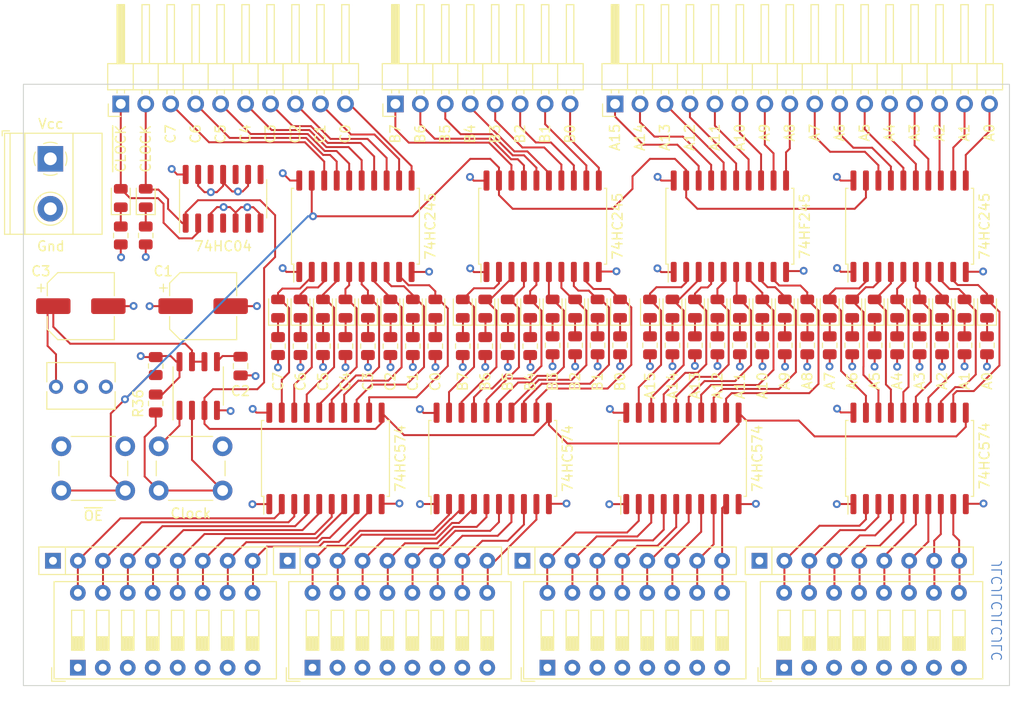
<source format=kicad_pcb>
(kicad_pcb (version 20211014) (generator pcbnew)
  (layers (0 "F.Cu" signal) (1 "In1.Cu" signal) (2 "In2.Cu" signal) (31 "B.Cu" signal) (34 "B.Paste" user) (35 "F.Paste" user) (36 "B.SilkS" user "B.Silkscreen") (37 "F.SilkS" user "F.Silkscreen") (38 "B.Mask" user) (39 "F.Mask" user) (44 "Edge.Cuts" user))
  (net 0 "")
  (net 1 "VCC")
  (net 2 "GND")
  (net 3 "Net-(C2-Pad1)")
  (net 4 "Net-(RV1-Pad1)")
  (net 5 "CTL7")
  (net 6 "CTL6")
  (net 7 "CTL5")
  (net 8 "CTL4")
  (net 9 "CTL3")
  (net 10 "CTL2")
  (net 11 "CTL1")
  (net 12 "CTL0")
  (net 13 "D7")
  (net 14 "D6")
  (net 15 "D5")
  (net 16 "D4")
  (net 17 "D3")
  (net 18 "D2")
  (net 19 "D1")
  (net 20 "D0")
  (net 22 "CLOCK")
  (net 23 "A15")
  (net 24 "A14")
  (net 25 "A13")
  (net 26 "A12")
  (net 27 "A11")
  (net 28 "A10")
  (net 29 "A9")
  (net 30 "A8")
  (net 31 "A7")
  (net 32 "A6")
  (net 33 "A5")
  (net 34 "A4")
  (net 35 "A3")
  (net 36 "A2")
  (net 37 "A1")
  (net 38 "A0")
  (net 39 "~{CLOCK}")
  (net 40 "~{OE}")
  (net 41 "/S0")
  (net 42 "/S1")
  (net 43 "/S2")
  (net 44 "/S3")
  (net 45 "/S4")
  (net 46 "/S5")
  (net 47 "/S6")
  (net 48 "/S7")
  (net 49 "/S8")
  (net 50 "/S9")
  (net 51 "/S10")
  (net 52 "/S11")
  (net 53 "/S12")
  (net 54 "/S13")
  (net 55 "/S14")
  (net 56 "/S15")
  (net 57 "/S16")
  (net 58 "/S17")
  (net 59 "/S18")
  (net 60 "/S19")
  (net 61 "/S20")
  (net 62 "/S21")
  (net 63 "/S22")
  (net 64 "/S23")
  (net 65 "/S24")
  (net 66 "/S25")
  (net 67 "/S26")
  (net 68 "/S27")
  (net 69 "/S28")
  (net 70 "/S29")
  (net 71 "/S30")
  (net 72 "/S31")
  (net 78 "Net-(D1-Pad1)")
  (net 79 "Net-(D2-Pad1)")
  (net 80 "Net-(D3-Pad1)")
  (net 81 "Net-(D4-Pad1)")
  (net 82 "Net-(D5-Pad1)")
  (net 83 "Net-(D6-Pad1)")
  (net 84 "Net-(D7-Pad1)")
  (net 85 "Net-(D8-Pad1)")
  (net 86 "Net-(D9-Pad1)")
  (net 87 "Net-(D10-Pad1)")
  (net 88 "Net-(D11-Pad1)")
  (net 89 "Net-(D12-Pad1)")
  (net 90 "Net-(D13-Pad1)")
  (net 91 "Net-(D14-Pad1)")
  (net 92 "Net-(D15-Pad1)")
  (net 93 "Net-(D16-Pad1)")
  (net 94 "Net-(D17-Pad1)")
  (net 95 "Net-(D18-Pad1)")
  (net 96 "Net-(D19-Pad1)")
  (net 97 "Net-(D20-Pad1)")
  (net 98 "Net-(D21-Pad1)")
  (net 99 "Net-(D22-Pad1)")
  (net 100 "Net-(D23-Pad1)")
  (net 101 "Net-(D24-Pad1)")
  (net 102 "Net-(D25-Pad1)")
  (net 103 "Net-(D26-Pad1)")
  (net 104 "Net-(D27-Pad1)")
  (net 105 "Net-(D28-Pad1)")
  (net 106 "Net-(D29-Pad1)")
  (net 107 "Net-(D30-Pad1)")
  (net 108 "Net-(D31-Pad1)")
  (net 109 "Net-(D32-Pad1)")
  (net 110 "Net-(D33-Pad1)")
  (net 111 "Net-(D34-Pad1)")
  (net 112 "Net-(R36-Pad2)")
  (net 113 "/R7")
  (net 114 "/R6")
  (net 115 "/R5")
  (net 116 "/R4")
  (net 117 "/R3")
  (net 118 "/R2")
  (net 119 "/R1")
  (net 120 "/R0")
  (net 121 "/R15")
  (net 122 "/R14")
  (net 123 "/R13")
  (net 124 "/R12")
  (net 125 "/R11")
  (net 126 "/R10")
  (net 127 "/R9")
  (net 128 "/R8")
  (net 129 "/R31")
  (net 130 "/R30")
  (net 131 "/R29")
  (net 132 "/R28")
  (net 133 "/R27")
  (net 134 "/R26")
  (net 135 "/R25")
  (net 136 "/R24")
  (net 137 "/R23")
  (net 138 "/R22")
  (net 139 "/R21")
  (net 140 "/R20")
  (net 141 "/R19")
  (net 142 "/R18")
  (net 143 "/R17")
  (net 144 "/R16")
  (footprint "Resistor_SMD:R_0805_2012Metric" (layer "F.Cu") (at 154.832 98.0795 -90)
    (fp_text reference "R15" hide)
    (fp_text value "R_Small_US" hide)
  )
  (footprint "Resistor_THT:R_Array_SIP9" (layer "F.Cu") (at 175.874 120.002)
    (fp_text reference "RN3" hide)
    (fp_text value "R_Network08" hide)
  )
  (footprint "Package_SO:SOIC-20W_7.5x12.8mm_P1.27mm" (layer "F.Cu") (at 153.816 85.966 90)
    (fp_text reference "U4" hide)
    (fp_text value "74LS245" hide)
  )
  (footprint "LED_SMD:LED_0805_2012Metric" (layer "F.Cu") (at 180.74 94.348 90)
    (fp_text reference "D26" hide)
    (fp_text value "LED" hide)
  )
  (footprint "LED_SMD:LED_0805_2012Metric" (layer "F.Cu") (at 159.404 94.348 90)
    (fp_text reference "D17" hide)
    (fp_text value "LED" hide)
  )
  (footprint "Capacitor_SMD:C_0805_2012Metric" (layer "F.Cu") (at 123.082 100.19 -90)
    (fp_text reference "C2")
    (fp_text value "0402B102K500NT" hide)
  )
  (footprint "LED_SMD:LED_0805_2012Metric" (layer "F.Cu") (at 150.26 94.348 90)
    (fp_text reference "D13" hide)
    (fp_text value "LED" hide)
  )
  (footprint "Package_SO:SOIC-20W_7.5x12.8mm_P1.27mm" (layer "F.Cu") (at 148.736 109.588 90)
    (fp_text reference "U2" hide)
    (fp_text value "74LS574" hide)
  )
  (footprint "LED_SMD:LED_0805_2012Metric" (layer "F.Cu") (at 126.892 94.348 90)
    (fp_text reference "D3" hide)
    (fp_text value "LED" hide)
  )
  (footprint "Package_SO:SOIC-20W_7.5x12.8mm_P1.27mm" (layer "F.Cu") (at 191.154 109.588 90)
    (fp_text reference "U5" hide)
    (fp_text value "74LS574" hide)
  )
  (footprint "Capacitor_SMD:CP_Elec_6.3x5.4" (layer "F.Cu") (at 119.272 94.094)
    (fp_text reference "C1")
    (fp_text value "CS1V220M-CRE54" hide)
  )
  (footprint "Connector_PinHeader_2.54mm:PinHeader_1x08_P2.54mm_Horizontal" (layer "F.Cu") (at 138.83 73.52 90)
    (fp_text reference "J3" hide)
    (fp_text value "Conn_01x08" hide)
  )
  (footprint "Button_Switch_THT:SW_DIP_SPSTx08_Slide_9.78x22.5mm_W7.62mm_P2.54mm" (layer "F.Cu") (at 154.299 130.8815 90)
    (fp_text reference "SW4" hide)
    (fp_text value "SW_DIP_x08" hide)
  )
  (footprint "Resistor_SMD:R_0805_2012Metric" (layer "F.Cu") (at 114.446 104 -90)
    (fp_text reference "R36")
    (fp_text value "0402WGF1002TCE" hide)
  )
  (footprint "LED_SMD:LED_0805_2012Metric" (layer "F.Cu") (at 185.312 94.348 90)
    (fp_text reference "D28" hide)
    (fp_text value "LED" hide)
  )
  (footprint "Package_SO:SOIC-20W_7.5x12.8mm_P1.27mm" (layer "F.Cu") (at 168.04 109.588 90)
    (fp_text reference "U6" hide)
    (fp_text value "74LS574" hide)
  )
  (footprint "LED_SMD:LED_0805_2012Metric" (layer "F.Cu") (at 154.832 94.348 90)
    (fp_text reference "D15" hide)
    (fp_text value "LED" hide)
  )
  (footprint "Button_Switch_THT:SW_DIP_SPSTx08_Slide_9.78x22.5mm_W7.62mm_P2.54mm" (layer "F.Cu") (at 106.522 130.8815 90)
    (fp_text reference "SW1" hide)
    (fp_text value "SW_DIP_x08" hide)
  )
  (footprint "LED_SMD:LED_0805_2012Metric" (layer "F.Cu") (at 161.69 94.348 90)
    (fp_text reference "D18" hide)
    (fp_text value "LED" hide)
  )
  (footprint "Resistor_SMD:R_0805_2012Metric" (layer "F.Cu") (at 180.74 98.0795 -90)
    (fp_text reference "R26" hide)
    (fp_text value "R_Small_US" hide)
  )
  (footprint "Resistor_SMD:R_0805_2012Metric" (layer "F.Cu") (at 194.456 98.0795 -90)
    (fp_text reference "R32" hide)
    (fp_text value "R_Small_US" hide)
  )
  (footprint "Resistor_SMD:R_0805_2012Metric" (layer "F.Cu") (at 183.026 98.0795 -90)
    (fp_text reference "R27" hide)
    (fp_text value "R_Small_US" hide)
  )
  (footprint "Resistor_SMD:R_0805_2012Metric" (layer "F.Cu") (at 133.75 98.158 -90)
    (fp_text reference "R6" hide)
    (fp_text value "R_Small_US" hide)
  )
  (footprint "Capacitor_SMD:CP_Elec_6.3x5.4" (layer "F.Cu") (at 106.826 94.094)
    (fp_text reference "C3")
    (fp_text value "CS1V220M-CRE54" hide)
  )
  (footprint "Resistor_SMD:R_0805_2012Metric" (layer "F.Cu") (at 164.738 98.0795 -90)
    (fp_text reference "R19" hide)
    (fp_text value "R_Small_US" hide)
  )
  (footprint "LED_SMD:LED_0805_2012Metric" (layer "F.Cu") (at 110.89 83.0935 90)
    (fp_text reference "D1" hide)
    (fp_text value "LED" hide)
  )
  (footprint "Resistor_SMD:R_0805_2012Metric" (layer "F.Cu") (at 147.974 98.158 -90)
    (fp_text reference "R12" hide)
    (fp_text value "R_Small_US" hide)
  )
  (footprint "Resistor_SMD:R_0805_2012Metric" (layer "F.Cu") (at 110.89 86.9035 -90)
    (fp_text reference "R1" hide)
    (fp_text value "R_Small_US" hide)
  )
  (footprint "Resistor_SMD:R_0805_2012Metric" (layer "F.Cu") (at 176.168 98.0795 -90)
    (fp_text reference "R24" hide)
    (fp_text value "R_Small_US" hide)
  )
  (footprint "LED_SMD:LED_0805_2012Metric" (layer "F.Cu") (at 164.738 94.348 90)
    (fp_text reference "D19" hide)
    (fp_text value "LED" hide)
  )
  (footprint "Button_Switch_THT:SW_PUSH_6mm" (layer "F.Cu") (at 114.752 108.354)
    (fp_text reference "SW6" hide)
    (fp_text value "sw-push" hide)
  )
  (footprint "Package_SO:SOIC-20W_7.5x12.8mm_P1.27mm" (layer "F.Cu") (at 191.154 85.966 90)
    (fp_text reference "U7" hide)
    (fp_text value "74LS245" hide)
  )
  (footprint "Button_Switch_THT:SW_PUSH_6mm" (layer "F.Cu") (at 104.846 108.354)
    (fp_text reference "SW5" hide)
    (fp_text value "SW_SPST" hide)
  )
  (footprint "Resistor_SMD:R_0805_2012Metric" (layer "F.Cu") (at 129.178 98.158 -90)
    (fp_text reference "R4" hide)
    (fp_text value "R_Small_US" hide)
  )
  (footprint "LED_SMD:LED_0805_2012Metric" (layer "F.Cu") (at 173.882 94.348 90)
    (fp_text reference "D23" hide)
    (fp_text value "LED" hide)
  )
  (footprint "Resistor_SMD:R_0805_2012Metric" (layer "F.Cu") (at 131.464 98.158 -90)
    (fp_text reference "R5" hide)
    (fp_text value "R_Small_US" hide)
  )
  (footprint "LED_SMD:LED_0805_2012Metric" (layer "F.Cu") (at 113.43 83.0935 90)
    (fp_text reference "D2" hide)
    (fp_text value "LED" hide)
  )
  (footprint "Resistor_SMD:R_0805_2012Metric" (layer "F.Cu") (at 114.446 100.19 90)
    (fp_text reference "R35" hide)
    (fp_text value "0402WGF1002TCE" hide)
  )
  (footprint "Resistor_SMD:R_0805_2012Metric" (layer "F.Cu") (at 138.322 98.158 -90)
    (fp_text reference "R8" hide)
    (fp_text value "R_Small_US" hide)
  )
  (footprint "LED_SMD:LED_0805_2012Metric" (layer "F.Cu") (at 136.036 94.348 90)
    (fp_text reference "D7" hide)
    (fp_text value "LED" hide)
  )
  (footprint "LED_SMD:LED_0805_2012Metric" (layer "F.Cu") (at 187.598 94.348 90)
    (fp_text reference "D29" hide)
    (fp_text value "LED" hide)
  )
  (footprint "Resistor_SMD:R_0805_2012Metric" (layer "F.Cu") (at 161.69 98.0795 -90)
    (fp_text reference "R18" hide)
    (fp_text value "R_Small_US" hide)
  )
  (footprint "LED_SMD:LED_0805_2012Metric" (layer "F.Cu") (at 192.17 94.348 90)
    (fp_text reference "D31" hide)
    (fp_text value "LED" hide)
  )
  (footprint "Button_Switch_THT:SW_DIP_SPSTx08_Slide_9.78x22.5mm_W7.62mm_P2.54mm" (layer "F.Cu") (at 178.389 130.8815 90)
    (fp_text reference "SW3" hide)
    (fp_text value "SW_DIP_x08" hide)
  )
  (footprint "Resistor_SMD:R_0805_2012Metric" (layer "F.Cu") (at 189.884 98.0795 -90)
    (fp_text reference "R30" hide)
    (fp_text value "R_Small_US" hide)
  )
  (footprint "LED_SMD:LED_0805_2012Metric" (layer "F.Cu") (at 152.546 94.348 90)
    (fp_text reference "D14" hide)
    (fp_text value "LED" hide)
  )
  (footprint "Resistor_SMD:R_0805_2012Metric" (layer "F.Cu") (at 173.882 98.0795 -90)
    (fp_text reference "R23" hide)
    (fp_text value "R_Small_US" hide)
  )
  (footprint "LED_SMD:LED_0805_2012Metric" (layer "F.Cu") (at 167.024 94.348 90)
    (fp_text reference "D20" hide)
    (fp_text value "LED" hide)
  )
  (footprint "Potentiometer_THT:Potentiometer_Bourns_3266Y_Vertical" (layer "F.Cu") (at 104.301 102.297 180)
    (fp_text reference "RV1" hide)
    (fp_text value "3296W-1-203" hide)
  )
  (footprint "Package_SO:SOIC-20W_7.5x12.8mm_P1.27mm" (layer "F.Cu") (at 131.718 109.588 90)
    (fp_text reference "U1" hide)
    (fp_text value "74LS574" hide)
  )
  (footprint "LED_SMD:LED_0805_2012Metric" (layer "F.Cu") (at 131.464 94.348 90)
    (fp_text reference "D5" hide)
    (fp_text value "LED" hide)
  )
  (footprint "TerminalBlock_Phoenix:TerminalBlock_Phoenix_MKDS-1,5-2-5.08_1x02_P5.08mm_Horizontal" (layer "F.Cu") (at 103.727 79.103 -90)
    (fp_text reference "J1" hide)
    (fp_text value "Screw_Terminal_01x02" hide)
  )
  (footprint "Package_SO:SOIC-8_3.9x4.9mm_P1.27mm" (layer "F.Cu") (at 118.77 102.222 90)
    (fp_text reference "U9" hide)
    (fp_text value "LMC555CMX/NOPB" hide)
  )
  (footprint "Resistor_SMD:R_0805_2012Metric" (layer "F.Cu") (at 171.596 98.0795 -90)
    (fp_text reference "R22" hide)
    (fp_text value "R_Small_US" hide)
  )
  (footprint "LED_SMD:LED_0805_2012Metric" (layer "F.Cu") (at 145.688 94.348 90)
    (fp_text reference "D11" hide)
    (fp_text value "LED" hide)
  )
  (footprint "LED_SMD:LED_0805_2012Metric" (layer "F.Cu") (at 169.31 94.348 90)
    (fp_text reference "D21" hide)
    (fp_text value "LED" hide)
  )
  (footprint "LED_SMD:LED_0805_2012Metric" (layer "F.Cu") (at 138.322 94.348 90)
    (fp_text reference "D8" hide)
    (fp_text value "LED" hide)
  )
  (footprint "LED_SMD:LED_0805_2012Metric" (layer "F.Cu") (at 140.608 94.348 90)
    (fp_text reference "D9" hide)
    (fp_text value "LED" hide)
  )
  (footprint "Connector_PinHeader_2.54mm:PinHeader_1x10_P2.54mm_Horizontal" (layer "F.Cu") (at 110.89 73.52 90)
    (fp_text reference "J2" hide)
    (fp_text value "Conn_01x10" hide)
  )
  (footprint "Resistor_THT:R_Array_SIP9" (layer "F.Cu") (at 103.992 120.002)
    (fp_text reference "RN1" hide)
    (fp_text value "R_Network08" hide)
  )
  (footprint "Resistor_SMD:R_0805_2012Metric" (layer "F.Cu") (at 150.26 98.158 -90)
    (fp_text reference "R13" hide)
    (fp_text value "R_Small_US" hide)
  )
  (footprint "Resistor_SMD:R_0805_2012Metric" (layer "F.Cu") (at 140.608 98.158 -90)
    (fp_text reference "R9" hide)
    (fp_text value "R_Small_US" hide)
  )
  (footprint "Resistor_SMD:R_0805_2012Metric" (layer "F.Cu") (at 157.118 98.0795 -90)
    (fp_text reference "R16" hide)
    (fp_text value "R_Small_US" hide)
  )
  (footprint "LED_SMD:LED_0805_2012Metric" (layer "F.Cu") (at 199.028 94.348 90)
    (fp_text reference "D34" hide)
    (fp_text value "LED" hide)
  )
  (footprint "Resistor_SMD:R_0805_2012Metric" (layer "F.Cu") (at 159.404 98.0795 -90)
    (fp_text reference "R17" hide)
    (fp_text value "R_Small_US" hide)
  )
  (footprint "Resistor_SMD:R_0805_2012Metric" (layer "F.Cu") (at 196.742 98.0795 -90)
    (fp_text reference "R33" hide)
    (fp_text value "R_Small_US" hide)
  )
  (footprint "LED_SMD:LED_0805_2012Metric" (layer "F.Cu") (at 183.026 94.348 90)
    (fp_text reference "D27" hide)
    (fp_text value "LED" hide)
  )
  (footprint "Package_SO:SOIC-14_3.9x8.7mm_P1.27mm" (layer "F.Cu") (at 121.304 83.172 90)
    (fp_text reference "U10" hide)
    (fp_text value "74LS04" hide)
  )
  (footprint "Package_SO:SOIC-20W_7.5x12.8mm_P1.27mm" (layer "F.Cu") (at 134.766 85.966 90)
    (fp_text reference "U3" hide)
    (fp_text value "74LS245" hide)
  )
  (footprint "Resistor_THT:R_Array_SIP9" (layer "F.Cu") (at 127.868 120.002)
    (fp_text reference "RN2" hide)
    (fp_text value "R_Network08" hide)
  )
  (footprint "LED_SMD:LED_0805_2012Metric" (layer "F.Cu") (at 176.168 94.348 90)
    (fp_text reference "D24" hide)
    (fp_text value "LED" hide)
  )
  (footprint "Resistor_SMD:R_0805_2012Metric" (layer "F.Cu") (at 152.546 98.158 -90)
    (fp_text reference "R14" hide)
    (fp_text value "R_Small_US" hide)
  )
  (footprint "LED_SMD:LED_0805_2012Metric" (layer "F.Cu") (at 178.454 94.348 90)
    (fp_text reference "D25" hide)
    (fp_text value "LED" hide)
  )
  (footprint "LED_SMD:LED_0805_2012Metric" (layer "F.Cu") (at 133.75 94.348 90)
    (fp_text reference "D6" hide)
    (fp_text value "LED" hide)
  )
  (footprint "LED_SMD:LED_0805_2012Metric" (layer "F.Cu") (at 129.178 94.348 90)
    (fp_text reference "D4" hide)
    (fp_text value "LED" hide)
  )
  (footprint "Package_SO:SOIC-20W_7.5x12.8mm_P1.27mm" (layer "F.Cu") (at 172.866 85.966 90)
    (fp_text reference "U8" hide)
    (fp_text value "74LS245" hide)
  )
  (footprint "LED_SMD:LED_0805_2012Metric" (layer "F.Cu") (at 147.974 94.348 90)
    (fp_text reference "D12" hide)
    (fp_text value "LED" hide)
  )
  (footprint "Button_Switch_THT:SW_DIP_SPSTx08_Slide_9.78x22.5mm_W7.62mm_P2.54mm" (layer "F.Cu") (at 130.398 130.8815 90)
    (fp_text reference "SW2" hide)
    (fp_text value "SW_DIP_x08" hide)
  )
  (footprint "Connector_PinHeader_2.54mm:PinHeader_1x16_P2.54mm_Horizontal" (layer "F.Cu") (at 161.182 73.52 90)
    (fp_text reference "J4" hide)
    (fp_text value "Conn_01x16" hide)
  )
  (footprint "Resistor_SMD:R_0805_2012Metric" (layer "F.Cu") (at 199.028 98.078 -90)
    (fp_text reference "R34" hide)
    (fp_text value "R_Small_US" hide)
  )
  (footprint "Resistor_SMD:R_0805_2012Metric" (layer "F.Cu") (at 185.312 98.0795 -90)
    (fp_text reference "R28" hide)
    (fp_text value "R_Small_US" hide)
  )
  (footprint "Resistor_SMD:R_0805_2012Metric" (layer "F.Cu") (at 167.024 98.0795 -90)
    (fp_text reference "R20" hide)
    (fp_text value "R_Small_US" hide)
  )
  (footprint "LED_SMD:LED_0805_2012Metric" (layer "F.Cu") (at 189.884 94.348 90)
    (fp_text reference "D30" hide)
    (fp_text value "LED" hide)
  )
  (footprint "Resistor_SMD:R_0805_2012Metric" (layer "F.Cu") (at 136.036 98.158 -90)
    (fp_text reference "R7" hide)
    (fp_text value "R_Small_US" hide)
  )
  (footprint "Resistor_SMD:R_0805_2012Metric" (layer "F.Cu") (at 126.892 98.158 -90)
    (fp_text reference "R3" hide)
    (fp_text value "R_Small_US" hide)
  )
  (footprint "Resistor_SMD:R_0805_2012Metric" (layer "F.Cu") (at 113.43 86.9035 -90)
    (fp_text reference "R2" hide)
    (fp_text value "R_Small_US" hide)
  )
  (footprint "Resistor_THT:R_Array_SIP9" (layer "F.Cu") (at 151.759 120.002)
    (fp_text reference "RN4" hide)
    (fp_text value "R_Network08" hide)
  )
  (footprint "LED_SMD:LED_0805_2012Metric" (layer "F.Cu") (at 142.894 94.348 90)
    (fp_text reference "D10" hide)
    (fp_text value "LED" hide)
  )
  (footprint "LED_SMD:LED_0805_2012Metric" (layer "F.Cu") (at 196.742 94.348 90)
    (fp_text reference "D33" hide)
    (fp_text value "LED" hide)
  )
  (footprint "Resistor_SMD:R_0805_2012Metric" (layer "F.Cu") (at 178.454 98.0795 -90)
    (fp_text reference "R25" hide)
    (fp_text value "R_Small_US" hide)
  )
  (footprint "Resistor_SMD:R_0805_2012Metric" (layer "F.Cu") (at 192.17 98.0795 -90)
    (fp_text reference "R31" hide)
    (fp_text value "R_Small_US" hide)
  )
  (footprint "Resistor_SMD:R_0805_2012Metric" (layer "F.Cu") (at 169.31 98.0795 -90)
    (fp_text reference "R21" hide)
    (fp_text value "R_Small_US" hide)
  )
  (footprint "Resistor_SMD:R_0805_2012Metric" (layer "F.Cu") (at 187.598 98.0795 -90)
    (fp_text reference "R29" hide)
    (fp_text value "R_Small_US" hide)
  )
  (footprint "LED_SMD:LED_0805_2012Metric" (layer "F.Cu") (at 194.456 94.348 90)
    (fp_text reference "D32" hide)
    (fp_text value "LED" hide)
  )
  (footprint "LED_SMD:LED_0805_2012Metric" (layer "F.Cu") (at 171.596 94.348 90)
    (fp_text reference "D22" hide)
    (fp_text value "LED" hide)
  )
  (footprint "Resistor_SMD:R_0805_2012Metric" (layer "F.Cu") (at 142.894 98.158 -90)
    (fp_text reference "R10" hide)
    (fp_text value "R_Small_US" hide)
  )
  (footprint "LED_SMD:LED_0805_2012Metric" (layer "F.Cu") (at 157.118 94.348 90)
    (fp_text reference "D16" hide)
    (fp_text value "LED" hide)
  )
  (footprint "Resistor_SMD:R_0805_2012Metric" (layer "F.Cu") (at 145.688 98.158 -90)
    (fp_text reference "R11" hide)
    (fp_text value "R_Small_US" hide)
  )
  (gr_rect (start 100.984 71.522) (end 201.314 132.702) (layer "Edge.Cuts") (width 0.1) (fill none))
  (gr_text "JLCJLCJLCJLC" (at 200.044 125.082 90) (layer "B.Cu") (effects (font (size 1 1) (thickness 0.1)) (justify mirror)))
  (gr_text "C0" (at 133.735 75.495 90) (layer "F.SilkS") (effects (font (size 1 1)) (justify right)))
  (gr_text "A11" (at 171.327 75.438 90) (layer "F.SilkS") (effects (font (size 1 1)) (justify right)))
  (gr_text "C7" (at 126.892 100.698 90) (layer "F.SilkS") (effects (font (size 1 1)) (justify right)))
  (gr_text "B6" (at 147.974 100.698 90) (layer "F.SilkS") (effects (font (size 1 1)) (justify right)))
  (gr_text "A5" (at 186.567 75.438 90) (layer "F.SilkS") (effects (font (size 1 1)) (justify right)))
  (gr_text "A14" (at 163.707 75.438 90) (layer "F.SilkS") (effects (font (size 1 1)) (justify right)))
  (gr_text "A7" (at 181.487 75.438 90) (layer "F.SilkS") (effects (font (size 1 1)) (justify right)))
  (gr_text "C4" (at 123.575 75.495 90) (layer "F.SilkS") (effects (font (size 1 1)) (justify right)))
  (gr_text "B1" (at 154.055 75.495 90) (layer "F.SilkS") (effects (font (size 1 1)) (justify right)))
  (gr_text "C3" (at 136.036 100.698 90) (layer "F.SilkS") (effects (font (size 1 1)) (justify right)))
  (gr_text "B0" (at 156.595 75.495 90) (layer "F.SilkS") (effects (font (size 1 1)) (justify right)))
  (gr_text "A9" (at 176.407 75.438 90) (layer "F.SilkS") (effects (font (size 1 1)) (justify right)))
  (gr_text "B1" (at 159.404 100.698 90) (layer "F.SilkS") (effects (font (size 1 1)) (justify right)))
  (gr_text "B2" (at 151.515 75.495 90) (layer "F.SilkS") (effects (font (size 1 1)) (justify right)))
  (gr_text "A6" (at 185.312 100.698 90) (layer "F.SilkS") (effects (font (size 1 1)) (justify right)))
  (gr_text "A12" (at 168.787 75.438 90) (layer "F.SilkS") (effects (font (size 1 1)) (justify right)))
  (gr_text "B4" (at 152.546 100.698 90) (layer "F.SilkS") (effects (font (size 1 1)) (justify right)))
  (gr_text "B5" (at 150.26 100.698 90) (layer "F.SilkS") (effects (font (size 1 1)) (justify right)))
  (gr_text "A13" (at 166.247 75.438 90) (layer "F.SilkS") (effects (font (size 1 1)) (justify right)))
  (gr_text "B6" (at 141.355 75.495 90) (layer "F.SilkS") (effects (font (size 1 1)) (justify right)))
  (gr_text "B3" (at 154.832 100.698 90) (layer "F.SilkS") (effects (font (size 1 1)) (justify right)))
  (gr_text "C6" (at 118.495 75.495 90) (layer "F.SilkS") (effects (font (size 1 1)) (justify right)))
  (gr_text "A2" (at 194.187 75.438 90) (layer "F.SilkS") (effects (font (size 1 1)) (justify right)))
  (gr_text "A5" (at 187.598 100.698 90) (layer "F.SilkS") (effects (font (size 1 1)) (justify right)))
  (gr_text "A1" (at 196.742 100.698 90) (layer "F.SilkS") (effects (font (size 1 1)) (justify right)))
  (gr_text "A10" (at 173.867 75.438 90) (layer "F.SilkS") (effects (font (size 1 1)) (justify right)))
  (gr_text "A0" (at 199.028 100.698 90) (layer "F.SilkS") (effects (font (size 1 1)) (justify right)))
  (gr_text "A8" (at 180.74 100.698 90) (layer "F.SilkS") (effects (font (size 1 1)) (justify right)))
  (gr_text "B5" (at 143.895 75.495 90) (layer "F.SilkS") (effects (font (size 1 1)) (justify right)))
  (gr_text "B3" (at 148.975 75.495 90) (layer "F.SilkS") (effects (font (size 1 1)) (justify right)))
  (gr_text "A15" (at 161.167 75.438 90) (layer "F.SilkS") (effects (font (size 1 1)) (justify right)))
  (gr_text "Gnd" (at 103.778 87.998) (layer "F.SilkS") (effects (font (size 1 1))))
  (gr_text "A8" (at 178.947 75.438 90) (layer "F.SilkS") (effects (font (size 1 1)) (justify right)))
  (gr_text "Vcc" (at 103.778 75.552) (layer "F.SilkS") (effects (font (size 1 1))))
  (gr_text "A14" (at 167.024 100.698 90) (layer "F.SilkS") (effects (font (size 1 1)) (justify right)))
  (gr_text "C6" (at 129.178 100.698 90) (layer "F.SilkS") (effects (font (size 1 1)) (justify right)))
  (gr_text "~{CLOCK}" (at 110.89 75.552 90) (layer "F.SilkS") (effects (font (size 1 1)) (justify right)))
  (gr_text "A2" (at 194.456 100.698 90) (layer "F.SilkS") (effects (font (size 1 1)) (justify right)))
  (gr_text "C2" (at 128.655 75.495 90) (layer "F.SilkS") (effects (font (size 1 1)) (justify right)))
  (gr_text "C0" (at 142.894 100.698 90) (layer "F.SilkS") (effects (font (size 1 1)) (justify right)))
  (gr_text "B2" (at 157.118 100.698 90) (layer "F.SilkS") (effects (font (size 1 1)) (justify right)))
  (gr_text "A6" (at 184.027 75.438 90) (layer "F.SilkS") (effects (font (size 1 1)) (justify right)))
  (gr_text "A0" (at 199.267 75.438 90) (layer "F.SilkS") (effects (font (size 1 1)) (justify right)))
  (gr_text "CLOCK" (at 113.43 75.552 90) (layer "F.SilkS") (effects (font (size 1 1)) (justify right)))
  (gr_text "A7" (at 183.026 100.698 90) (layer "F.SilkS") (effects (font (size 1 1)) (justify right)))
  (gr_text "B7" (at 138.815 75.495 90) (layer "F.SilkS") (effects (font (size 1 1)) (justify right)))
  (gr_text "A10" (at 176.168 100.698 90) (layer "F.SilkS") (effects (font (size 1 1)) (justify right)))
  (gr_text "A4" (at 189.107 75.438 90) (layer "F.SilkS") (effects (font (size 1 1)) (justify right)))
  (gr_text "A3" (at 192.17 100.698 90) (layer "F.SilkS") (effects (font (size 1 1)) (justify right)))
  (gr_text "A4" (at 189.884 100.698 90) (layer "F.SilkS") (effects (font (size 1 1)) (justify right)))
  (gr_text "B0" (at 161.69 100.698 90) (layer "F.SilkS") (effects (font (size 1 1)) (justify right)))
  (gr_text "A9" (at 178.454 100.698 90) (layer "F.SilkS") (effects (font (size 1 1)) (justify right)))
  (gr_text "C1" (at 131.195 75.495 90) (layer "F.SilkS") (effects (font (size 1 1)) (justify right)))
  (gr_text "A15" (at 164.738 100.698 90) (layer "F.SilkS") (effects (font (size 1 1)) (justify right)))
  (gr_text "C2" (at 138.322 100.698 90) (layer "F.SilkS") (effects (font (size 1 1)) (justify right)))
  (gr_text "C7" (at 115.955 75.495 90) (layer "F.SilkS") (effects (font (size 1 1)) (justify right)))
  (gr_text "B7" (at 145.688 100.698 90) (layer "F.SilkS") (effects (font (size 1 1)) (justify right)))
  (gr_text "C5" (at 121.035 75.495 90) (layer "F.SilkS") (effects (font (size 1 1)) (justify right)))
  (gr_text "C5" (at 131.464 100.698 90) (layer "F.SilkS") (effects (font (size 1 1)) (justify right)))
  (gr_text "A13" (at 169.31 100.698 90) (layer "F.SilkS") (effects (font (size 1 1)) (justify right)))
  (gr_text "A3" (at 191.647 75.438 90) (layer "F.SilkS") (effects (font (size 1 1)) (justify right)))
  (gr_text "C4" (at 133.75 100.698 90) (layer "F.SilkS") (effects (font (size 1 1)) (justify right)))
  (gr_text "C1" (at 140.608 100.698 90) (layer "F.SilkS") (effects (font (size 1 1)) (justify right)))
  (gr_text "A11" (at 173.882 100.698 90) (layer "F.SilkS") (effects (font (size 1 1)) (justify right)))
  (gr_text "B4" (at 146.435 75.495 90) (layer "F.SilkS") (effects (font (size 1 1)) (justify right)))
  (gr_text "C3" (at 126.115 75.495 90) (layer "F.SilkS") (effects (font (size 1 1)) (justify right)))
  (gr_text "A1" (at 196.727 75.438 90) (layer "F.SilkS") (effects (font (size 1 1)) (justify right)))
  (gr_text "A12" (at 171.596 100.698 90) (layer "F.SilkS") (effects (font (size 1 1)) (justify right)))
  (segment (start 141.703 104.958) (end 141.323 104.578) (width 0.2) (layer "F.Cu") (net 1))
  (segment (start 120.675 104.697) (end 122.001 104.697) (width 0.2) (layer "F.Cu") (net 1))
  (segment (start 115.1045 103.0875) (end 116.865 101.327) (width 0.2) (layer "F.Cu") (net 1))
  (segment (start 122.001 104.697) (end 122.066 104.762) (width 0.2) (layer "F.Cu") (net 1))
  (segment (start 184.153 90.598) (end 183.773 90.218) (width 0.2) (layer "F.Cu") (net 1))
  (segment (start 165.893 81.318) (end 165.513 80.938) (width 0.2) (layer "F.Cu") (net 1))
  (segment (start 129.034 90.608) (end 127.743 90.608) (width 0.2) (layer "F.Cu") (net 1))
  (segment (start 184.153 104.908) (end 183.773 104.528) (width 0.2) (layer "F.Cu") (net 1))
  (segment (start 129.051 81.316) (end 128.122 81.316) (width 0.2) (layer "F.Cu") (net 1))
  (segment (start 142.994 104.958) (end 141.703 104.958) (width 0.2) (layer "F.Cu") (net 1))
  (segment (start 185.424 81.318) (end 184.133 81.318) (width 0.2) (layer "F.Cu") (net 1))
  (segment (start 116.543 99.747) (end 115.97 99.174) (width 0.2) (layer "F.Cu") (net 1))
  (segment (start 161.034 104.938) (end 160.654 104.558) (width 0.2) (layer "F.Cu") (net 1))
  (segment (start 124.693 104.928) (end 124.313 104.548) (width 0.2) (layer "F.Cu") (net 1))
  (segment (start 113.828 94.094) (end 113.824 94.098) (width 0.2) (layer "F.Cu") (net 1))
  (segment (start 117.494 80.697) (end 116.633 80.697) (width 0.2) (layer "F.Cu") (net 1))
  (segment (start 116.472 94.094) (end 113.828 94.094) (width 0.2) (layer "F.Cu") (net 1))
  (segment (start 146.823 90.628) (end 146.443 90.248) (width 0.2) (layer "F.Cu") (net 1))
  (segment (start 116.865 99.747) (end 116.543 99.747) (width 0.2) (layer "F.Cu") (net 1))
  (segment (start 162.325 104.938) (end 161.034 104.938) (width 0.2) (layer "F.Cu") (net 1))
  (segment (start 114.446 99.2775) (end 113.0255 99.2775) (width 0.2) (layer "F.Cu") (net 1))
  (segment (start 184.133 81.318) (end 183.753 80.938) (width 0.2) (layer "F.Cu") (net 1))
  (segment (start 114.5495 99.174) (end 114.446 99.2775) (width 0.2) (layer "F.Cu") (net 1))
  (segment (start 116.865 101.327) (end 116.865 99.747) (width 0.2) (layer "F.Cu") (net 1))
  (segment (start 127.743 90.608) (end 127.363 90.228) (width 0.2) (layer "F.Cu") (net 1))
  (segment (start 125.984 104.928) (end 124.693 104.928) (width 0.2) (layer "F.Cu") (net 1))
  (segment (start 185.444 104.908) (end 184.153 104.908) (width 0.2) (layer "F.Cu") (net 1))
  (segment (start 114.446 103.0875) (end 115.1045 103.0875) (width 0.2) (layer "F.Cu") (net 1))
  (segment (start 128.122 81.316) (end 127.374 80.568) (width 0.2) (layer "F.Cu") (net 1))
  (segment (start 148.114 90.628) (end 146.823 90.628) (width 0.2) (layer "F.Cu") (net 1))
  (segment (start 115.97 99.174) (end 114.5495 99.174) (width 0.2) (layer "F.Cu") (net 1))
  (segment (start 116.633 80.697) (end 116.074 80.138) (width 0.2) (layer "F.Cu") (net 1))
  (segment (start 167.184 81.318) (end 165.893 81.318) (width 0.2) (layer "F.Cu") (net 1))
  (segment (start 167.164 90.628) (end 165.873 90.628) (width 0.2) (layer "F.Cu") (net 1))
  (segment (start 146.803 81.328) (end 146.423 80.948) (width 0.2) (layer "F.Cu") (net 1))
  (segment (start 185.444 90.598) (end 184.153 90.598) (width 0.2) (layer "F.Cu") (net 1))
  (segment (start 113.0255 99.2775) (end 112.922 99.174) (width 0.2) (layer "F.Cu") (net 1))
  (segment (start 165.873 90.628) (end 165.493 90.248) (width 0.2) (layer "F.Cu") (net 1))
  (segment (start 148.094 81.328) (end 146.803 81.328) (width 0.2) (layer "F.Cu") (net 1))
  (via (at 146.443 90.248) (size 0.8) (drill 0.4) (layers "F.Cu" "B.Cu") (net 1))
  (via (at 183.773 104.528) (size 0.8) (drill 0.4) (layers "F.Cu" "B.Cu") (net 1))
  (via (at 146.423 80.948) (size 0.8) (drill 0.4) (layers "F.Cu" "B.Cu") (net 1))
  (via (at 127.374 80.568) (size 0.8) (drill 0.4) (layers "F.Cu" "B.Cu") (net 1))
  (via (at 112.922 99.174) (size 0.8) (drill 0.4) (layers "F.Cu" "B.Cu") (net 1))
  (via (at 122.066 104.762) (size 0.8) (drill 0.4) (layers "F.Cu" "B.Cu") (net 1))
  (via (at 116.074 80.138) (size 0.8) (drill 0.4) (layers "F.Cu" "B.Cu") (net 1))
  (via (at 165.493 90.248) (size 0.8) (drill 0.4) (layers "F.Cu" "B.Cu") (net 1))
  (via (at 183.773 90.218) (size 0.8) (drill 0.4) (layers "F.Cu" "B.Cu") (net 1))
  (via (at 160.654 104.558) (size 0.8) (drill 0.4) (layers "F.Cu" "B.Cu") (net 1))
  (via (at 183.753 80.938) (size 0.8) (drill 0.4) (layers "F.Cu" "B.Cu") (net 1))
  (via (at 124.313 104.548) (size 0.8) (drill 0.4) (layers "F.Cu" "B.Cu") (net 1))
  (via (at 165.513 80.938) (size 0.8) (drill 0.4) (layers "F.Cu" "B.Cu") (net 1))
  (via (at 141.323 104.578) (size 0.8) (drill 0.4) (layers "F.Cu" "B.Cu") (net 1))
  (via (at 113.824 94.098) (size 0.8) (drill 0.4) (layers "F.Cu" "B.Cu") (net 1))
  (via (at 127.363 90.228) (size 0.8) (drill 0.4) (layers "F.Cu" "B.Cu") (net 1))
  (segment (start 113.43 87.816) (end 113.43 89.094) (width 0.2) (layer "F.Cu") (net 2))
  (segment (start 185.312 98.992) (end 185.312 100.236) (width 0.2) (layer "F.Cu") (net 2))
  (segment (start 152.546 100.28) (end 152.574 100.308) (width 0.2) (layer "F.Cu") (net 2))
  (segment (start 125.114 84.768) (end 124.374 84.028) (width 0.2) (layer "F.Cu") (net 2))
  (segment (start 161.296 90.576) (end 161.324 90.548) (width 0.2) (layer "F.Cu") (net 2))
  (segment (start 183.026 100.206) (end 183.004 100.228) (width 0.2) (layer "F.Cu") (net 2))
  (segment (start 122.574 84.578) (end 122.014 84.018) (width 0.2) (layer "F.Cu") (net 2))
  (segment (start 150.26 100.274) (end 150.274 100.288) (width 0.2) (layer "F.Cu") (net 2))
  (segment (start 116.865 106.241) (end 114.752 108.354) (width 0.2) (layer "F.Cu") (net 2))
  (segment (start 110.89 89.094) (end 110.924 89.128) (width 0.2) (layer "F.Cu") (net 2))
  (segment (start 124.738 94.094) (end 124.744 94.088) (width 0.2) (layer "F.Cu") (net 2))
  (segment (start 157.118 100.242) (end 157.124 100.248) (width 0.2) (layer "F.Cu") (net 2))
  (segment (start 175.486 114.236) (end 175.514 114.208) (width 0.2) (layer "F.Cu") (net 2))
  (segment (start 162.314 114.238) (end 160.605 114.238) (width 0.2) (layer "F.Cu") (net 2))
  (segment (start 120.664 82.498) (end 121.304 81.858) (width 0.2) (layer "F.Cu") (net 2))
  (segment (start 131.464 100.288) (end 131.474 100.298) (width 0.2) (layer "F.Cu") (net 2))
  (segment (start 112.178 94.094) (end 112.194 94.078) (width 0.2) (layer "F.Cu") (net 2))
  (segment (start 123.764 84.028) (end 123.124 84.028) (width 0.2) (layer "F.Cu") (net 2))
  (segment (start 113.43 89.094) (end 113.434 89.098) (width 0.2) (layer "F.Cu") (net 2))
  (segment (start 192.17 98.992) (end 192.17 100.262) (width 0.2) (layer "F.Cu") (net 2))
  (segment (start 185.312 100.236) (end 185.314 100.238) (width 0.2) (layer "F.Cu") (net 2))
  (segment (start 199.028 98.9905) (end 199.028 100.244) (width 0.2) (layer "F.Cu") (net 2))
  (segment (start 119.404 82.498) (end 120.664 82.498) (width 0.2) (layer "F.Cu") (net 2))
  (segment (start 123.082 101.14) (end 124.54 101.14) (width 0.2) (layer "F.Cu") (net 2))
  (segment (start 154.461 114.206) (end 156.216 114.206) (width 0.2) (layer "F.Cu") (net 2))
  (segment (start 120.034 84.668) (end 120.684 84.018) (width 0.2) (layer "F.Cu") (net 2))
  (segment (start 123.124 84.028) (end 122.574 84.578) (width 0.2) (layer "F.Cu") (net 2))
  (segment (start 196.851 90.596) (end 198.606 90.596) (width 0.2) (layer "F.Cu") (net 2))
  (segment (start 123.284 82.428) (end 123.844 81.868) (width 0.2) (layer "F.Cu") (net 2))
  (segment (start 169.31 98.992) (end 169.31 100.172) (width 0.2) (layer "F.Cu") (net 2))
  (segment (start 159.404 100.218) (end 159.414 100.228) (width 0.2) (layer "F.Cu") (net 2))
  (segment (start 161.69 98.992) (end 161.69 100.214) (width 0.2) (layer "F.Cu") (net 2))
  (segment (start 196.742 98.992) (end 196.742 100.226) (width 0.2) (layer "F.Cu") (net 2))
  (segment (start 145.688 99.0705) (end 145.688 100.298) (width 0.2) (layer "F.Cu") (net 2))
  (segment (start 133.75 100.314) (end 133.754 100.318) (width 0.2) (layer "F.Cu") (net 2))
  (segment (start 126.892 99.0705) (end 126.892 100.32) (width 0.2) (layer "F.Cu") (net 2))
  (segment (start 123.844 81.868) (end 123.844 80.697) (width 0.2) (layer "F.Cu") (net 2))
  (segment (start 124.54 101.14) (end 124.606 101.206) (width 0.2) (layer "F.Cu") (net 2))
  (segment (start 173.882 100.246) (end 173.884 100.248) (width 0.2) (layer "F.Cu") (net 2))
  (segment (start 196.891 114.206) (end 198.646 114.206) (width 0.2) (layer "F.Cu") (net 2))
  (segment (start 198.646 114.206) (end 198.674 114.178) (width 0.2) (layer "F.Cu") (net 2))
  (segment (start 140.608 99.0705) (end 140.608 100.298) (width 0.2) (layer "F.Cu") (net 2))
  (segment (start 118.764 80.697) (end 118.764 81.858) (width 0.2) (layer "F.Cu") (net 2))
  (segment (start 178.454 100.228) (end 178.484 100.258) (width 0.2) (layer "F.Cu") (net 2))
  (segment (start 126.003 114.238) (end 124.294 114.238) (width 0.2) (layer "F.Cu") (net 2))
  (segment (start 133.75 99.0705) (end 133.75 100.314) (width 0.2) (layer "F.Cu") (net 2))
  (segment (start 173.882 98.992) (end 173.882 100.246) (width 0.2) (layer "F.Cu") (net 2))
  (segment (start 125.114 85.647) (end 125.114 84.768) (width 0.2) (layer "F.Cu") (net 2))
  (segment (start 198.606 90.596) (end 198.634 90.568) (width 0.2) (layer "F.Cu") (net 2))
  (segment (start 157.118 98.992) (end 157.118 100.242) (width 0.2) (layer "F.Cu") (net 2))
  (segment (start 171.596 98.992) (end 171.596 100.18) (width 0.2) (layer "F.Cu") (net 2))
  (segment (start 176.168 100.212) (end 176.184 100.228) (width 0.2) (layer "F.Cu") (net 2))
  (segment (start 121.304 81.858) (end 121.304 80.697) (width 0.2) (layer "F.Cu") (net 2))
  (segment (start 160.605 114.238) (end 160.595 114.248) (width 0.2) (layer "F.Cu") (net 2))
  (segment (start 154.832 100.22) (end 154.824 100.228) (width 0.2) (layer "F.Cu") (net 2))
  (segment (start 118.764 81.858) (end 119.404 82.498) (width 0.2) (layer "F.Cu") (net 2))
  (segment (start 122.574 84.578) (end 122.574 85.647) (width 0.2) (layer "F.Cu") (net 2))
  (segment (start 185.464 114.228) (end 183.755 114.228) (width 0.2) (layer "F.Cu") (net 2))
  (segment (start 194.456 100.246) (end 194.444 100.258) (width 0.2) (layer "F.Cu") (net 2))
  (segment (start 156.216 114.206) (end 156.244 114.178) (width 0.2) (layer "F.Cu") (net 2))
  (segment (start 176.168 98.992) (end 176.168 100.212) (width 0.2) (layer "F.Cu") (net 2))
  (segment (start 129.178 100.314) (end 129.174 100.318) (width 0.2) (layer "F.Cu") (net 2))
  (segment (start 116.865 104.697) (end 116.865 106.241) (width 0.2) (layer "F.Cu") (net 2))
  (segment (start 178.591 90.526) (end 180.346 90.526) (width 0.2) (layer "F.Cu") (net 2))
  (segment (start 142.236 90.616) (end 142.264 90.588) (width 0.2) (layer "F.Cu") (net 2))
  (segment (start 120.034 85.647) (end 120.034 84.668) (width 0.2) (layer "F.Cu") (net 2))
  (segment (start 122.014 84.018) (end 121.354 84.018) (width 0.2) (layer "F.Cu") (net 2))
  (segment (start 139.216 114.196) (end 139.244 114.168) (width 0.2) (layer "F.Cu") (net 2))
  (segment (start 180.74 100.252) (end 180.734 100.258) (width 0.2) (layer "F.Cu") (net 2))
  (segment (start 124.374 84.028) (end 123.764 84.028) (width 0.2) (layer "F.Cu") (net 2))
  (segment (start 183.026 98.992) (end 183.026 100.206) (width 0.2) (layer "F.Cu") (net 2))
  (segment (start 120.684 84.018) (end 121.354 84.018) (width 0.2) (layer "F.Cu") (net 2))
  (segment (start 194.456 98.992) (end 194.456 100.246) (width 0.2) (layer "F.Cu") (net 2))
  (segment (start 109.626 94.094) (end 112.178 94.094) (width 0.2) (layer "F.Cu") (net 2))
  (segment (start 187.598 98.992) (end 187.598 100.234) (width 0.2) (layer "F.Cu") (net 2))
  (segment (start 110.89 87.816) (end 110.89 89.094) (width 0.2) (layer "F.Cu") (net 2))
  (segment (start 180.74 98.992) (end 180.74 100.252) (width 0.2) (layer "F.Cu") (net 2))
  (segment (start 142.894 99.0705) (end 142.894 100.288) (width 0.2) (layer "F.Cu") (net 2))
  (segment (start 136.036 100.3) (end 136.044 100.308) (width 0.2) (layer "F.Cu") (net 2))
  (segment (start 169.31 100.172) (end 169.304 100.178) (width 0.2) (layer "F.Cu") (net 2))
  (segment (start 124.294 114.238) (end 124.284 114.248) (width 0.2) (layer "F.Cu") (net 2))
  (segment (start 121.304 80.697) (end 121.304 81.498) (width 0.2) (layer "F.Cu") (net 2))
  (segment (start 136.036 99.0705) (end 136.036 100.3) (width 0.2) (layer "F.Cu") (net 2))
  (segment (start 154.832 98.992) (end 154.832 100.22) (width 0.2) (layer "F.Cu") (net 2))
  (segment (start 122.072 94.094) (end 124.738 94.094) (width 0.2) (layer "F.Cu") (net 2))
  (segment (start 122.234 82.428) (end 123.284 82.428) (width 0.2) (layer "F.Cu") (net 2))
  (segment (start 189.884 98.992) (end 189.884 100.258) (width 0.2) (layer "F.Cu") (net 2))
  (segment (start 142.894 100.288) (end 142.904 100.298) (width 0.2) (layer "F.Cu") (net 2))
  (segment (start 178.454 98.992) (end 178.454 100.228) (width 0.2) (layer "F.Cu") (net 2))
  (segment (start 192.17 100.262) (end 192.164 100.268) (width 0.2) (layer "F.Cu") (net 2))
  (segment (start 159.404 98.992) (end 159.404 100.218) (width 0.2) (layer "F.Cu") (net 2))
  (segment (start 180.346 90.526) (end 180.374 90.498) (width 0.2) (layer "F.Cu") (net 2))
  (segment (start 183.755 114.228) (end 183.745 114.238) (width 0.2) (layer "F.Cu") (net 2))
  (segment (start 131.464 99.0705) (end 131.464 100.288) (width 0.2) (layer "F.Cu") (net 2))
  (segment (start 196.742 100.226) (end 196.744 100.228) (width 0.2) (layer "F.Cu") (net 2))
  (segment (start 171.596 100.18) (end 171.604 100.188) (width 0.2) (layer "F.Cu") (net 2))
  (segment (start 143.054 114.228) (end 141.345 114.228) (width 0.2) (layer "F.Cu") (net 2))
  (segment (start 129.178 99.0705) (end 129.178 100.314) (width 0.2) (layer "F.Cu") (net 2))
  (segment (start 147.974 99.0705) (end 147.974 100.288) (width 0.2) (layer "F.Cu") (net 2))
  (segment (start 187.598 100.234) (end 187.584 100.248) (width 0.2) (layer "F.Cu") (net 2))
  (segment (start 138.322 99.0705) (end 138.322 100.296) (width 0.2) (layer "F.Cu") (net 2))
  (segment (start 167.024 98.992) (end 167.024 100.218) (width 0.2) (layer "F.Cu") (net 2))
  (segment (start 126.892 100.32) (end 126.884 100.328) (width 0.2) (layer "F.Cu") (net 2))
  (segment (start 164.738 100.214) (end 164.734 100.218) (width 0.2) (layer "F.Cu") (net 2))
  (segment (start 141.345 114.228) (end 141.335 114.238) (width 0.2) (layer "F.Cu") (net 2))
  (segment (start 138.322 100.296) (end 138.334 100.308) (width 0.2) (layer "F.Cu") (net 2))
  (segment (start 161.69 100.214) (end 161.694 100.218) (width 0.2) (layer "F.Cu") (net 2))
  (segment (start 137.461 114.196) (end 139.216 114.196) (width 0.2) (layer "F.Cu") (net 2))
  (segment (start 159.541 90.576) (end 161.296 90.576) (width 0.2) (layer "F.Cu") (net 2))
  (segment (start 164.738 98.992) (end 164.738 100.214) (width 0.2) (layer "F.Cu") (net 2))
  (segment (start 121.304 81.498) (end 122.234 82.428) (width 0.2) (layer "F.Cu") (net 2))
  (segment (start 173.731 114.236) (end 175.486 114.236) (width 0.2) (layer "F.Cu") (net 2))
  (segment (start 150.26 99.0705) (end 150.26 100.274) (width 0.2) (layer "F.Cu") (net 2))
  (segment (start 199.028 100.244) (end 199.024 100.248) (width 0.2) (layer "F.Cu") (net 2))
  (segment (start 152.546 99.0705) (end 152.546 100.28) (width 0.2) (layer "F.Cu") (net 2))
  (segment (start 140.481 90.616) (end 142.236 90.616) (width 0.2) (layer "F.Cu") (net 2))
  (via (at 169.304 100.178) (size 0.8) (drill 0.4) (layers "F.Cu" "B.Cu") (net 2))
  (via (at 141.335 114.238) (size 0.8) (drill 0.4) (layers "F.Cu" "B.Cu") (net 2))
  (via (at 199.024 100.248) (size 0.8) (drill 0.4) (layers "F.Cu" "B.Cu") (net 2))
  (via (at 136.044 100.308) (size 0.8) (drill 0.4) (layers "F.Cu" "B.Cu") (net 2))
  (via (at 192.164 100.268) (size 0.8) (drill 0.4) (layers "F.Cu" "B.Cu") (net 2))
  (via (at 129.174 100.318) (size 0.8) (drill 0.4) (layers "F.Cu" "B.Cu") (net 2))
  (via (at 178.484 100.258) (size 0.8) (drill 0.4) (layers "F.Cu" "B.Cu") (net 2))
  (via (at 183.745 114.238) (size 0.8) (drill 0.4) (layers "F.Cu" "B.Cu") (net 2))
  (via (at 147.974 100.288) (size 0.8) (drill 0.4) (layers "F.Cu" "B.Cu") (net 2))
  (via (at 140.608 100.298) (size 0.8) (drill 0.4) (layers "F.Cu" "B.Cu") (net 2))
  (via (at 157.124 100.248) (size 0.8) (drill 0.4) (layers "F.Cu" "B.Cu") (net 2))
  (via (at 124.744 94.088) (size 0.8) (drill 0.4) (layers "F.Cu" "B.Cu") (net 2))
  (via (at 164.734 100.218) (size 0.8) (drill 0.4) (layers "F.Cu" "B.Cu") (net 2))
  (via (at 126.884 100.328) (size 0.8) (drill 0.4) (layers "F.Cu" "B.Cu") (net 2))
  (via (at 167.024 100.218) (size 0.8) (drill 0.4) (layers "F.Cu" "B.Cu") (net 2))
  (via (at 139.244 114.168) (size 0.8) (drill 0.4) (layers "F.Cu" "B.Cu") (net 2))
  (via (at 120.054 82.498) (size 0.8) (drill 0.4) (layers "F.Cu" "B.Cu") (net 2))
  (via (at 133.754 100.318) (size 0.8) (drill 0.4) (layers "F.Cu" "B.Cu") (net 2))
  (via (at 124.606 101.206) (size 0.8) (drill 0.4) (layers "F.Cu" "B.Cu") (net 2))
  (via (at 185.314 100.238) (size 0.8) (drill 0.4) (layers "F.Cu" "B.Cu") (net 2))
  (via (at 145.688 100.298) (size 0.8) (drill 0.4) (layers "F.Cu" "B.Cu") (net 2))
  (via (at 112.194 94.078) (size 0.8) (drill 0.4) (layers "F.Cu" "B.Cu") (net 2))
  (via (at 183.004 100.228) (size 0.8) (drill 0.4) (layers "F.Cu" "B.Cu") (net 2))
  (via (at 173.884 100.248) (size 0.8) (drill 0.4) (layers "F.Cu" "B.Cu") (net 2))
  (via (at 171.604 100.188) (size 0.8) (drill 0.4) (layers "F.Cu" "B.Cu") (net 2))
  (via (at 180.374 90.498) (size 0.8) (drill 0.4) (layers "F.Cu" "B.Cu") (net 2))
  (via (at 180.734 100.258) (size 0.8) (drill 0.4) (layers "F.Cu" "B.Cu") (net 2))
  (via (at 124.284 114.248) (size 0.8) (drill 0.4) (layers "F.Cu" "B.Cu") (net 2))
  (via (at 121.354 84.018) (size 0.8) (drill 0.4) (layers "F.Cu" "B.Cu") (net 2))
  (via (at 198.674 114.178) (size 0.8) (drill 0.4) (layers "F.Cu" "B.Cu") (net 2))
  (via (at 138.334 100.308) (size 0.8) (drill 0.4) (layers "F.Cu" "B.Cu") (net 2))
  (via (at 196.744 100.228) (size 0.8) (drill 0.4) (layers "F.Cu" "B.Cu") (net 2))
  (via (at 113.434 89.098) (size 0.8) (drill 0.4) (layers "F.Cu" "B.Cu") (net 2))
  (via (at 152.574 100.308) (size 0.8) (drill 0.4) (layers "F.Cu" "B.Cu") (net 2))
  (via (at 131.474 100.298) (size 0.8) (drill 0.4) (layers "F.Cu" "B.Cu") (net 2))
  (via (at 123.764 84.028) (size 0.8) (drill 0.4) (layers "F.Cu" "B.Cu") (net 2))
  (via (at 198.634 90.568) (size 0.8) (drill 0.4) (layers "F.Cu" "B.Cu") (net 2))
  (via (at 142.904 100.298) (size 0.8) (drill 0.4) (layers "F.Cu" "B.Cu") (net 2))
  (via (at 176.184 100.228) (size 0.8) (drill 0.4) (layers "F.Cu" "B.Cu") (net 2))
  (via (at 175.514 114.208) (size 0.8) (drill 0.4) (layers "F.Cu" "B.Cu") (net 2))
  (via (at 160.595 114.248) (size 0.8) (drill 0.4) (layers "F.Cu" "B.Cu") (net 2))
  (via (at 189.884 100.258) (size 0.8) (drill 0.4) (layers "F.Cu" "B.Cu") (net 2))
  (via (at 161.324 90.548) (size 0.8) (drill 0.4) (layers "F.Cu" "B.Cu") (net 2))
  (via (at 110.924 89.128) (size 0.8) (drill 0.4) (layers "F.Cu" "B.Cu") (net 2))
  (via (at 187.584 100.248) (size 0.8) (drill 0.4) (layers "F.Cu" "B.Cu") (net 2))
  (via (at 154.824 100.228) (size 0.8) (drill 0.4) (layers "F.Cu" "B.Cu") (net 2))
  (via (at 194.444 100.258) (size 0.8) (drill 0.4) (layers "F.Cu" "B.Cu") (net 2))
  (via (at 159.414 100.228) (size 0.8) (drill 0.4) (layers "F.Cu" "B.Cu") (net 2))
  (via (at 150.274 100.288) (size 0.8) (drill 0.4) (layers "F.Cu" "B.Cu") (net 2))
  (via (at 156.244 114.178) (size 0.8) (drill 0.4) (layers "F.Cu" "B.Cu") (net 2))
  (via (at 161.694 100.218) (size 0.8) (drill 0.4) (layers "F.Cu" "B.Cu") (net 2))
  (via (at 142.264 90.588) (size 0.8) (drill 0.4) (layers "F.Cu" "B.Cu") (net 2))
  (via (at 122.814 82.428) (size 0.8) (drill 0.4) (layers "F.Cu" "B.Cu") (net 2))
  (segment (start 121.248 99.174) (end 123.016 99.174) (width 0.2) (layer "F.Cu") (net 3))
  (segment (start 120.675 99.747) (end 121.248 99.174) (width 0.2) (layer "F.Cu") (net 3))
  (segment (start 123.016 99.174) (end 123.082 99.24) (width 0.2) (layer "F.Cu") (net 3))
  (segment (start 118.135 98.599) (end 117.454 97.918) (width 0.2) (layer "F.Cu") (net 4))
  (segment (start 119.405 99.747) (end 118.135 99.747) (width 0.2) (layer "F.Cu") (net 4))
  (segment (start 104.301 98.995) (end 103.444 98.138) (width 0.2) (layer "F.Cu") (net 4))
  (segment (start 117.454 97.918) (end 105.744 97.918) (width 0.2) (layer "F.Cu") (net 4))
  (segment (start 104.301 102.297) (end 104.301 98.995) (width 0.2) (layer "F.Cu") (net 4))
  (segment (start 105.744 97.918) (end 104.026 96.2) (width 0.2) (layer "F.Cu") (net 4))
  (segment (start 103.444 98.138) (end 103.444 94.676) (width 0.2) (layer "F.Cu") (net 4))
  (segment (start 118.135 99.747) (end 118.135 98.599) (width 0.2) (layer "F.Cu") (net 4))
  (segment (start 103.444 94.676) (end 104.026 94.094) (width 0.2) (layer "F.Cu") (net 4))
  (segment (start 104.026 96.2) (end 104.026 94.094) (width 0.2) (layer "F.Cu") (net 4))
  (segment (start 115.97 73.52) (end 119.868 77.418) (width 0.2) (layer "F.Cu") (net 5))
  (segment (start 119.868 77.418) (end 129.624 77.418) (width 0.2) (layer "F.Cu") (net 5))
  (segment (start 129.624 77.418) (end 131.591 79.385) (width 0.2) (layer "F.Cu") (net 5))
  (segment (start 131.591 79.385) (end 131.591 81.316) (width 0.2) (layer "F.Cu") (net 5))
  (segment (start 129.748994 76.978) (end 131.478994 78.708) (width 0.2) (layer "F.Cu") (net 6))
  (segment (start 131.478994 78.708) (end 132.184 78.708) (width 0.2) (layer "F.Cu") (net 6))
  (segment (start 132.184 78.708) (end 132.861 79.385) (width 0.2) (layer "F.Cu") (net 6))
  (segment (start 121.968 76.978) (end 129.748994 76.978) (width 0.2) (layer "F.Cu") (net 6))
  (segment (start 132.861 79.385) (end 132.861 81.316) (width 0.2) (layer "F.Cu") (net 6))
  (segment (start 118.51 73.52) (end 121.968 76.978) (width 0.2) (layer "F.Cu") (net 6))
  (segment (start 121.05 73.52) (end 124.108489 76.578489) (width 0.2) (layer "F.Cu") (net 7))
  (segment (start 132.844489 78.308489) (end 134.131 79.595) (width 0.2) (layer "F.Cu") (net 7))
  (segment (start 129.914477 76.578489) (end 131.644477 78.308489) (width 0.2) (layer "F.Cu") (net 7))
  (segment (start 131.644477 78.308489) (end 132.844489 78.308489) (width 0.2) (layer "F.Cu") (net 7))
  (segment (start 134.131 79.595) (end 134.131 81.316) (width 0.2) (layer "F.Cu") (net 7))
  (segment (start 124.108489 76.578489) (end 129.914477 76.578489) (width 0.2) (layer "F.Cu") (net 7))
  (segment (start 123.59 73.52) (end 126.248978 76.178978) (width 0.2) (layer "F.Cu") (net 8))
  (segment (start 126.248978 76.178978) (end 130.07996 76.178978) (width 0.2) (layer "F.Cu") (net 8))
  (segment (start 131.80996 77.908978) (end 134.064978 77.908978) (width 0.2) (layer "F.Cu") (net 8))
  (segment (start 135.401 79.245) (end 135.401 81.316) (width 0.2) (layer "F.Cu") (net 8))
  (segment (start 134.064978 77.908978) (end 135.401 79.245) (width 0.2) (layer "F.Cu") (net 8))
  (segment (start 130.07996 76.178978) (end 131.80996 77.908978) (width 0.2) (layer "F.Cu") (net 8))
  (segment (start 136.671 78.865) (end 136.671 81.316) (width 0.2) (layer "F.Cu") (net 9))
  (segment (start 128.389467 75.779467) (end 130.245448 75.779467) (width 0.2) (layer "F.Cu") (net 9))
  (segment (start 131.953981 77.488) (end 135.294 77.488) (width 0.2) (layer "F.Cu") (net 9))
  (segment (start 126.13 73.52) (end 128.389467 75.779467) (width 0.2) (layer "F.Cu") (net 9))
  (segment (start 130.245448 75.779467) (end 131.953981 77.488) (width 0.2) (layer "F.Cu") (net 9))
  (segment (start 135.294 77.488) (end 136.671 78.865) (width 0.2) (layer "F.Cu") (net 9))
  (segment (start 132.228 77.078) (end 136.004 77.078) (width 0.2) (layer "F.Cu") (net 10))
  (segment (start 128.67 73.52) (end 132.228 77.078) (width 0.2) (layer "F.Cu") (net 10))
  (segment (start 137.941 79.015) (end 137.941 81.316) (width 0.2) (layer "F.Cu") (net 10))
  (segment (start 136.004 77.078) (end 137.941 79.015) (width 0.2) (layer "F.Cu") (net 10))
  (segment (start 136.699006 76.628) (end 139.211 79.139994) (width 0.2) (layer "F.Cu") (net 11))
  (segment (start 131.21 73.52) (end 134.318 76.628) (width 0.2) (layer "F.Cu") (net 11))
  (segment (start 139.211 79.139994) (end 139.211 81.316) (width 0.2) (layer "F.Cu") (net 11))
  (segment (start 134.318 76.628) (end 136.699006 76.628) (width 0.2) (layer "F.Cu") (net 11))
  (segment (start 140.481 79.845) (end 140.481 81.316) (width 0.2) (layer "F.Cu") (net 12))
  (segment (start 134.156 73.52) (end 140.481 79.845) (width 0.2) (layer "F.Cu") (net 12))
  (segment (start 133.75 73.52) (end 134.156 73.52) (width 0.2) (layer "F.Cu") (net 12))
  (segment (start 138.83 76.094) (end 140.194 77.458) (width 0.2) (layer "F.Cu") (net 13))
  (segment (start 148.354 77.458) (end 150.641 79.745) (width 0.2) (layer "F.Cu") (net 13))
  (segment (start 150.641 79.745) (end 150.641 81.316) (width 0.2) (layer "F.Cu") (net 13))
  (segment (start 140.194 77.458) (end 148.354 77.458) (width 0.2) (layer "F.Cu") (net 13))
  (segment (start 138.83 73.52) (end 138.83 76.094) (width 0.2) (layer "F.Cu") (net 13))
  (segment (start 141.37 73.52) (end 141.37 75.594) (width 0.2) (layer "F.Cu") (net 14))
  (segment (start 141.37 75.594) (end 142.834489 77.058489) (width 0.2) (layer "F.Cu") (net 14))
  (segment (start 142.834489 77.058489) (end 148.519482 77.058489) (width 0.2) (layer "F.Cu") (net 14))
  (segment (start 151.284 79.148) (end 151.911 79.775) (width 0.2) (layer "F.Cu") (net 14))
  (segment (start 150.608993 79.148) (end 151.284 79.148) (width 0.2) (layer "F.Cu") (net 14))
  (segment (start 151.911 79.775) (end 151.911 81.316) (width 0.2) (layer "F.Cu") (net 14))
  (segment (start 148.519482 77.058489) (end 150.608993 79.148) (width 0.2) (layer "F.Cu") (net 14))
  (segment (start 143.91 75.034) (end 143.91 73.52) (width 0.2) (layer "F.Cu") (net 15))
  (segment (start 145.474 76.598) (end 143.91 75.034) (width 0.2) (layer "F.Cu") (net 15))
  (segment (start 148.623988 76.598) (end 145.474 76.598) (width 0.2) (layer "F.Cu") (net 15))
  (segment (start 153.181 80.004985) (end 151.923034 78.747021) (width 0.2) (layer "F.Cu") (net 15))
  (segment (start 153.181 81.316) (end 153.181 80.004985) (width 0.2) (layer "F.Cu") (net 15))
  (segment (start 150.773009 78.747021) (end 148.623988 76.598) (width 0.2) (layer "F.Cu") (net 15))
  (segment (start 151.923034 78.747021) (end 150.773009 78.747021) (width 0.2) (layer "F.Cu") (net 15))
  (segment (start 154.451 80.539994) (end 154.451 81.316) (width 0.2) (layer "F.Cu") (net 16))
  (segment (start 152.258516 78.34751) (end 154.451 80.539994) (width 0.2) (layer "F.Cu") (net 16))
  (segment (start 146.45 73.52) (end 146.45 73.859009) (width 0.2) (layer "F.Cu") (net 16))
  (segment (start 150.938501 78.34751) (end 152.258516 78.34751) (width 0.2) (layer "F.Cu") (net 16))
  (segment (start 146.45 73.859009) (end 150.938501 78.34751) (width 0.2) (layer "F.Cu") (net 16))
  (segment (start 155.721 79.695) (end 155.721 81.316) (width 0.2) (layer "F.Cu") (net 17))
  (segment (start 148.99 75.184) (end 151.75399 77.94799) (width 0.2) (layer "F.Cu") (net 17))
  (segment (start 151.75399 77.94799) (end 153.97399 77.94799) (width 0.2) (layer "F.Cu") (net 17))
  (segment (start 153.97399 77.94799) (end 155.721 79.695) (width 0.2) (layer "F.Cu") (net 17))
  (segment (start 148.99 73.52) (end 148.99 75.184) (width 0.2) (layer "F.Cu") (net 17))
  (segment (start 154.654 77.438) (end 156.991 79.775) (width 0.2) (layer "F.Cu") (net 18))
  (segment (start 151.53 73.52) (end 151.53 75.854) (width 0.2) (layer "F.Cu") (net 18))
  (segment (start 156.991 79.775) (end 156.991 81.316) (width 0.2) (layer "F.Cu") (net 18))
  (segment (start 153.114 77.438) (end 154.654 77.438) (width 0.2) (layer "F.Cu") (net 18))
  (segment (start 151.53 75.854) (end 153.114 77.438) (width 0.2) (layer "F.Cu") (net 18))
  (segment (start 158.261 79.775) (end 158.261 81.316) (width 0.2) (layer "F.Cu") (net 19))
  (segment (start 154.07 73.52) (end 154.07 75.584) (width 0.2) (layer "F.Cu") (net 19))
  (segment (start 154.07 75.584) (end 158.261 79.775) (width 0.2) (layer "F.Cu") (net 19))
  (segment (start 156.61 73.52) (end 156.61 77.094) (width 0.2) (layer "F.Cu") (net 20))
  (segment (start 156.61 77.094) (end 159.531 80.015) (width 0.2) (layer "F.Cu") (net 20))
  (segment (start 159.531 80.015) (end 159.531 81.316) (width 0.2) (layer "F.Cu") (net 20))
  (segment (start 174.555 105.738) (end 179.874 105.738) (width 0.2) (layer "F.Cu") (net 22))
  (segment (start 173.755 104.938) (end 174.555 105.738) (width 0.2) (layer "F.Cu") (net 22))
  (segment (start 117.153 85.647) (end 115.704 84.198) (width 0.2) (layer "F.Cu") (net 22))
  (segment (start 126.594 84.838) (end 125.074499 83.318499) (width 0.2) (layer "F.Cu") (net 22))
  (segment (start 137.433 105.969) (end 136.814 106.588) (width 0.2) (layer "F.Cu") (net 22))
  (segment (start 125.074499 83.318499) (end 118.743501 83.318499) (width 0.2) (layer "F.Cu") (net 22))
  (segment (start 171.804 108.068) (end 173.755 106.117) (width 0.2) (layer "F.Cu") (net 22))
  (segment (start 115.704 83.218) (end 114.724 82.238) (width 0.2) (layer "F.Cu") (net 22))
  (segment (start 137.433 104.938) (end 139.713 107.218) (width 0.2) (layer "F.Cu") (net 22))
  (segment (start 181.484 107.348) (end 195.904 107.348) (width 0.2) (layer "F.Cu") (net 22))
  (segment (start 179.874 105.738) (end 181.484 107.348) (width 0.2) (layer "F.Cu") (net 22))
  (segment (start 117.494 85.647) (end 117.153 85.647) (width 0.2) (layer "F.Cu") (net 22))
  (segment (start 154.451 104.938) (end 154.451 106.185) (width 0.2) (layer "F.Cu") (net 22))
  (segment (start 154.451 105.671) (end 154.451 104.938) (width 0.2) (layer "F.Cu") (net 22))
  (segment (start 139.713 107.218) (end 152.904 107.218) (width 0.2) (layer "F.Cu") (net 22))
  (segment (start 152.904 107.218) (end 154.451 105.671) (width 0.2) (layer "F.Cu") (net 22))
  (segment (start 118.743501 83.318499) (end 117.494 84.568) (width 0.2) (layer "F.Cu") (net 22))
  (segment (start 113.512 82.238) (end 113.43 82.156) (width 0.2) (layer "F.Cu") (net 22))
  (segment (start 154.451 106.185) (end 156.334 108.068) (width 0.2) (layer "F.Cu") (net 22))
  (segment (start 196.869 106.383) (end 196.869 104.938) (width 0.2) (layer "F.Cu") (net 22))
  (segment (start 136.814 106.588) (end 119.924 106.588) (width 0.2) (layer "F.Cu") (net 22))
  (segment (start 119.924 106.588) (end 119.405 106.069) (width 0.2) (layer "F.Cu") (net 22))
  (segment (start 173.755 106.117) (end 173.755 104.938) (width 0.2) (layer "F.Cu") (net 22))
  (segment (start 114.724 82.238) (end 113.512 82.238) (width 0.2) (layer "F.Cu") (net 22))
  (segment (start 119.405 103.417) (end 120.274 102.548) (width 0.2) (layer "F.Cu") (net 22))
  (segment (start 195.904 107.348) (end 196.869 106.383) (width 0.2) (layer "F.Cu") (net 22))
  (segment (start 156.334 108.068) (end 171.804 108.068) (width 0.2) (layer "F.Cu") (net 22))
  (segment (start 126.594 89.098) (end 126.594 84.838) (width 0.2) (layer "F.Cu") (net 22))
  (segment (start 119.405 106.069) (end 119.405 104.697) (width 0.2) (layer "F.Cu") (net 22))
  (segment (start 120.274 102.548) (end 124.784 102.548) (width 0.2) (layer "F.Cu") (net 22))
  (segment (start 137.433 104.938) (end 137.433 105.969) (width 0.2) (layer "F.Cu") (net 22))
  (segment (start 125.474 90.218) (end 126.594 89.098) (width 0.2) (layer "F.Cu") (net 22))
  (segment (start 125.474 101.858) (end 125.474 90.218) (width 0.2) (layer "F.Cu") (net 22))
  (segment (start 113.43 73.52) (end 113.43 82.156) (width 0.2) (layer "F.Cu") (net 22))
  (segment (start 115.704 84.198) (end 115.704 83.218) (width 0.2) (layer "F.Cu") (net 22))
  (segment (start 117.494 84.568) (end 117.494 85.647) (width 0.2) (layer "F.Cu") (net 22))
  (segment (start 124.784 102.548) (end 125.474 101.858) (width 0.2) (layer "F.Cu") (net 22))
  (segment (start 119.405 104.697) (end 119.405 103.417) (width 0.2) (layer "F.Cu") (net 22))
  (segment (start 161.182 73.52) (end 161.182 74.806) (width 0.2) (layer "F.Cu") (net 23))
  (segment (start 161.182 74.806) (end 164.044 77.668) (width 0.2) (layer "F.Cu") (net 23))
  (segment (start 167.524 77.668) (end 169.691 79.835) (width 0.2) (layer "F.Cu") (net 23))
  (segment (start 164.044 77.668) (end 167.524 77.668) (width 0.2) (layer "F.Cu") (net 23))
  (segment (start 169.691 79.835) (end 169.691 81.316) (width 0.2) (layer "F.Cu") (net 23))
  (segment (start 168.084 76.848) (end 170.961 79.725) (width 0.2) (layer "F.Cu") (net 24))
  (segment (start 170.961 79.725) (end 170.961 81.316) (width 0.2) (layer "F.Cu") (net 24))
  (segment (start 165.194 76.848) (end 168.084 76.848) (width 0.2) (layer "F.Cu") (net 24))
  (segment (start 163.722 75.376) (end 165.194 76.848) (width 0.2) (layer "F.Cu") (net 24))
  (segment (start 163.722 73.52) (end 163.722 75.376) (width 0.2) (layer "F.Cu") (net 24))
  (segment (start 172.231 79.489) (end 172.231 81.316) (width 0.2) (layer "F.Cu") (net 25))
  (segment (start 166.262 73.52) (end 172.231 79.489) (width 0.2) (layer "F.Cu") (net 25))
  (segment (start 168.802 73.52) (end 168.802 74.876) (width 0.2) (layer "F.Cu") (net 26))
  (segment (start 168.802 74.876) (end 173.501 79.575) (width 0.2) (layer "F.Cu") (net 26))
  (segment (start 173.501 79.575) (end 173.501 81.316) (width 0.2) (layer "F.Cu") (net 26))
  (segment (start 174.771 79.165) (end 174.771 81.316) (width 0.2) (layer "F.Cu") (net 27))
  (segment (start 171.342 75.736) (end 174.771 79.165) (width 0.2) (layer "F.Cu") (net 27))
  (segment (start 171.342 73.52) (end 171.342 75.736) (width 0.2) (layer "F.Cu") (net 27))
  (segment (start 173.882 76.496) (end 176.041 78.655) (width 0.2) (layer "F.Cu") (net 28))
  (segment (start 176.041 78.655) (end 176.041 81.316) (width 0.2) (layer "F.Cu") (net 28))
  (segment (start 173.882 73.52) (end 173.882 76.496) (width 0.2) (layer "F.Cu") (net 28))
  (segment (start 176.422 73.52) (end 176.422 77.666) (width 0.2) (layer "F.Cu") (net 29))
  (segment (start 176.422 77.666) (end 177.311 78.555) (width 0.2) (layer "F.Cu") (net 29))
  (segment (start 177.311 78.555) (end 177.311 81.316) (width 0.2) (layer "F.Cu") (net 29))
  (segment (start 178.962 78.06) (end 178.581 78.441) (width 0.2) (layer "F.Cu") (net 30))
  (segment (start 178.581 78.441) (end 178.581 81.316) (width 0.2) (layer "F.Cu") (net 30))
  (segment (start 178.962 73.52) (end 178.962 78.06) (width 0.2) (layer "F.Cu") (net 30))
  (segment (start 181.502 73.52) (end 181.502 76.826) (width 0.2) (layer "F.Cu") (net 31))
  (segment (start 187.979 79.763) (end 187.979 81.316) (width 0.2) (layer "F.Cu") (net 31))
  (segment (start 181.502 76.826) (end 183.064 78.388) (width 0.2) (layer "F.Cu") (net 31))
  (segment (start 183.064 78.388) (end 186.604 78.388) (width 0.2) (layer "F.Cu") (net 31))
  (segment (start 186.604 78.388) (end 187.979 79.763) (width 0.2) (layer "F.Cu") (net 31))
  (segment (start 189.249 81.316) (end 189.249 79.893) (width 0.2) (layer "F.Cu") (net 32))
  (segment (start 189.249 79.893) (end 187.334 77.978) (width 0.2) (layer "F.Cu") (net 32))
  (segment (start 185.434 77.978) (end 184.042 76.586) (width 0.2) (layer "F.Cu") (net 32))
  (segment (start 184.042 76.586) (end 184.042 73.52) (width 0.2) (layer "F.Cu") (net 32))
  (segment (start 187.334 77.978) (end 185.434 77.978) (width 0.2) (layer "F.Cu") (net 32))
  (segment (start 186.582 76.086) (end 190.519 80.023) (width 0.2) (layer "F.Cu") (net 33))
  (segment (start 190.519 80.023) (end 190.519 81.316) (width 0.2) (layer "F.Cu") (net 33))
  (segment (start 186.582 73.52) (end 186.582 76.086) (width 0.2) (layer "F.Cu") (net 33))
  (segment (start 191.789 79.623) (end 191.789 81.316) (width 0.2) (layer "F.Cu") (net 34))
  (segment (start 189.122 73.52) (end 189.122 76.956) (width 0.2) (layer "F.Cu") (net 34))
  (segment (start 189.122 76.956) (end 191.789 79.623) (width 0.2) (layer "F.Cu") (net 34))
  (segment (start 191.662 73.52) (end 191.662 77.726) (width 0.2) (layer "F.Cu") (net 35))
  (segment (start 191.662 77.726) (end 193.059 79.123) (width 0.2) (layer "F.Cu") (net 35))
  (segment (start 193.059 79.123) (end 193.059 81.316) (width 0.2) (layer "F.Cu") (net 35))
  (segment (start 194.202 81.189) (end 194.329 81.316) (width 0.2) (layer "F.Cu") (net 36))
  (segment (start 194.202 73.52) (end 194.202 81.189) (width 0.2) (layer "F.Cu") (net 36))
  (segment (start 196.742 76.82) (end 195.599 77.963) (width 0.2) (layer "F.Cu") (net 37))
  (segment (start 195.599 77.963) (end 195.599 81.316) (width 0.2) (layer "F.Cu") (net 37))
  (segment (start 196.742 73.52) (end 196.742 76.82) (width 0.2) (layer "F.Cu") (net 37))
  (segment (start 199.282 73.52) (end 199.282 76.3) (width 0.2) (layer "F.Cu") (net 38))
  (segment (start 196.869 78.713) (end 196.869 81.316) (width 0.2) (layer "F.Cu") (net 38))
  (segment (start 199.282 76.3) (end 196.869 78.713) (width 0.2) (layer "F.Cu") (net 38))
  (segment (start 118.154 87.198) (end 118.764 86.588) (width 0.2) (layer "F.Cu") (net 39))
  (segment (start 118.764 86.588) (end 118.764 85.647) (width 0.2) (layer "F.Cu") (net 39))
  (segment (start 115.244 85.608) (end 116.834 87.198) (width 0.2) (layer "F.Cu") (net 39))
  (segment (start 110.89 82.156) (end 111.842 83.108) (width 0.2) (layer "F.Cu") (net 39))
  (segment (start 116.834 87.198) (end 118.154 87.198) (width 0.2) (layer "F.Cu") (net 39))
  (segment (start 115.244 83.678) (end 115.244 85.608) (width 0.2) (layer "F.Cu") (net 39))
  (segment (start 111.842 83.108) (end 114.674 83.108) (width 0.2) (layer "F.Cu") (net 39))
  (segment (start 110.89 82.156) (end 110.89 73.52) (width 0.2) (layer "F.Cu") (net 39))
  (segment (start 114.674 83.108) (end 115.244 83.678) (width 0.2) (layer "F.Cu") (net 39))
  (segment (start 146.45 79.108) (end 140.608 84.95) (width 0.2) (layer "F.Cu") (net 40))
  (segment (start 150.768 84.188) (end 149.371 82.791) (width 0.2) (layer "F.Cu") (net 40))
  (segment (start 140.608 84.95) (end 130.448 84.95) (width 0.2) (layer "F.Cu") (net 40))
  (segment (start 168.421 80.251) (end 167.278 79.108) (width 0.2) (layer "F.Cu") (net 40))
  (segment (start 148.482 79.108) (end 146.45 79.108) (width 0.2) (layer "F.Cu") (net 40))
  (segment (start 186.709 83.045) (end 185.566 84.188) (width 0.2) (layer "F.Cu") (net 40))
  (segment (start 162.96 82.156) (end 160.928 84.188) (width 0.2) (layer "F.Cu") (net 40))
  (segment (start 149.371 81.316) (end 149.371 79.997) (width 0.2) (layer "F.Cu") (net 40))
  (segment (start 109.874 111.382) (end 111.346 112.854) (width 0.2) (layer "F.Cu") (net 40))
  (segment (start 130.321 84.823) (end 130.448 84.95) (width 0.2) (layer "F.Cu") (net 40))
  (segment (start 167.278 79.108) (end 164.738 79.108) (width 0.2) (layer "F.Cu") (net 40))
  (segment (start 130.321 81.316) (end 130.321 84.823) (width 0.2) (layer "F.Cu") (net 40))
  (segment (start 109.874 105.016) (end 109.874 111.382) (width 0.2) (layer "F.Cu") (net 40))
  (segment (start 149.371 79.997) (end 148.482 79.108) (width 0.2) (layer "F.Cu") (net 40))
  (segment (start 164.738 79.108) (end 162.96 80.886) (width 0.2) (layer "F.Cu") (net 40))
  (segment (start 111.346 112.854) (end 104.846 112.854) (width 0.2) (layer "F.Cu") (net 40))
  (segment (start 162.96 80.886) (end 162.96 82.156) (width 0.2) (layer "F.Cu") (net 40))
  (segment (start 185.566 84.188) (end 169.564 84.188) (width 0.2) (layer "F.Cu") (net 40))
  (segment (start 186.709 81.316) (end 186.709 83.045) (width 0.2) (layer "F.Cu") (net 40))
  (segment (start 168.421 81.316) (end 168.421 80.251) (width 0.2) (layer "F.Cu") (net 40))
  (segment (start 114.446 101.1025) (end 113.7875 101.1025) (width 0.2) (layer "F.Cu") (net 40))
  (segment (start 149.371 82.791) (end 149.371 81.316) (width 0.2) (layer "F.Cu") (net 40))
  (segment (start 169.564 84.188) (end 168.421 83.045) (width 0.2) (layer "F.Cu") (net 40))
  (segment (start 113.7875 101.1025) (end 109.874 105.016) (width 0.2) (layer "F.Cu") (net 40))
  (segment (start 160.928 84.188) (end 150.768 84.188) (width 0.2) (layer "F.Cu") (net 40))
  (segment (start 168.421 83.045) (end 168.421 81.316) (width 0.2) (layer "F.Cu") (net 40))
  (via (at 130.448 84.95) (size 0.8) (drill 0.4) (layers "F.Cu" "B.Cu") (net 40))
  (via (at 111.318 103.572) (size 0.8) (drill 0.4) (layers "F.Cu" "B.Cu") (net 40))
  (segment (start 129.94 84.95) (end 130.448 84.95) (width 0.2) (layer "B.Cu") (net 40))
  (segment (start 111.318 103.572) (end 129.94 84.95) (width 0.2) (layer "B.Cu") (net 40))
  (segment (start 124.342 123.02125) (end 124.342 119.77175) (width 0.2) (layer "F.Cu") (net 41))
  (segment (start 133.076518 118.078489) (end 136.163 114.992007) (width 0.2) (layer "F.Cu") (net 41))
  (segment (start 125.747482 118.566518) (end 131.064489 118.566518) (width 0.2) (layer "F.Cu") (net 41))
  (segment (start 131.064489 118.566518) (end 131.552518 118.078489) (width 0.2) (layer "F.Cu") (net 41))
  (segment (start 131.552518 118.078489) (end 133.076518 118.078489) (width 0.2) (layer "F.Cu") (net 41))
  (segment (start 136.163 114.992007) (end 136.163 114.238) (width 0.2) (layer "F.Cu") (net 41))
  (segment (start 124.312 120.002) (end 125.747482 118.566518) (width 0.2) (layer "F.Cu") (net 41))
  (segment (start 121.782 123.04) (end 121.782 119.7905) (width 0.2) (layer "F.Cu") (net 42))
  (segment (start 130.955689 118.110324) (end 131.387036 117.678978) (width 0.2) (layer "F.Cu") (net 42))
  (segment (start 132.149035 117.678978) (end 134.893 114.935013) (width 0.2) (layer "F.Cu") (net 42))
  (segment (start 121.772 120.002) (end 123.663676 118.110324) (width 0.2) (layer "F.Cu") (net 42))
  (segment (start 123.663676 118.110324) (end 130.955689 118.110324) (width 0.2) (layer "F.Cu") (net 42))
  (segment (start 131.387036 117.678978) (end 132.149035 117.678978) (width 0.2) (layer "F.Cu") (net 42))
  (segment (start 134.893 114.935013) (end 134.893 114.238) (width 0.2) (layer "F.Cu") (net 42))
  (segment (start 130.790205 117.710814) (end 121.523186 117.710814) (width 0.2) (layer "F.Cu") (net 43))
  (segment (start 133.623 114.878019) (end 130.790205 117.710814) (width 0.2) (layer "F.Cu") (net 43))
  (segment (start 119.252 123.132) (end 119.252 119.8825) (width 0.2) (layer "F.Cu") (net 43))
  (segment (start 121.523186 117.710814) (end 119.232 120.002) (width 0.2) (layer "F.Cu") (net 43))
  (segment (start 133.623 114.238) (end 133.623 114.878019) (width 0.2) (layer "F.Cu") (net 43))
  (segment (start 132.353 115.557) (end 132.353 114.238) (width 0.2) (layer "F.Cu") (net 44))
  (segment (start 116.692 123.15075) (end 116.692 119.90125) (width 0.2) (layer "F.Cu") (net 44))
  (segment (start 130.627926 117.282074) (end 132.353 115.557) (width 0.2) (layer "F.Cu") (net 44))
  (segment (start 119.411926 117.282074) (end 130.627926 117.282074) (width 0.2) (layer "F.Cu") (net 44))
  (segment (start 116.692 120.002) (end 119.411926 117.282074) (width 0.2) (layer "F.Cu") (net 44))
  (segment (start 114.152 120.002) (end 117.271468 116.882532) (width 0.2) (layer "F.Cu") (net 45))
  (segment (start 131.083 115.176) (end 131.083 114.238) (width 0.2) (layer "F.Cu") (net 45))
  (segment (start 117.271468 116.882532) (end 129.376468 116.882532) (width 0.2) (layer "F.Cu") (net 45))
  (segment (start 114.172 123.132) (end 114.172 119.8825) (width 0.2) (layer "F.Cu") (net 45))
  (segment (start 129.376468 116.882532) (end 131.083 115.176) (width 0.2) (layer "F.Cu") (net 45))
  (segment (start 115.130979 116.483021) (end 128.632979 116.483021) (width 0.2) (layer "F.Cu") (net 46))
  (segment (start 128.632979 116.483021) (end 129.813 115.303) (width 0.2) (layer "F.Cu") (net 46))
  (segment (start 129.813 115.303) (end 129.813 114.238) (width 0.2) (layer "F.Cu") (net 46))
  (segment (start 111.612 123.15075) (end 111.612 119.90125) (width 0.2) (layer "F.Cu") (net 46))
  (segment (start 111.612 120.002) (end 115.130979 116.483021) (width 0.2) (layer "F.Cu") (net 46))
  (segment (start 112.99049 116.08351) (end 127.959497 116.08351) (width 0.2) (layer "F.Cu") (net 47))
  (segment (start 109.072 120.002) (end 112.99049 116.08351) (width 0.2) (layer "F.Cu") (net 47))
  (segment (start 109.082 123.24275) (end 109.082 119.99325) (width 0.2) (layer "F.Cu") (net 47))
  (segment (start 128.543 115.500007) (end 128.543 114.238) (width 0.2) (layer "F.Cu") (net 47))
  (segment (start 127.959497 116.08351) (end 128.543 115.500007) (width 0.2) (layer "F.Cu") (net 47))
  (segment (start 126.524013 115.684) (end 127.273 114.935013) (width 0.2) (layer "F.Cu") (net 48))
  (segment (start 106.522 123.2615) (end 106.522 120.012) (width 0.2) (layer "F.Cu") (net 48))
  (segment (start 127.273 114.935013) (end 127.273 114.238) (width 0.2) (layer "F.Cu") (net 48))
  (segment (start 110.85 115.684) (end 126.524013 115.684) (width 0.2) (layer "F.Cu") (net 48))
  (segment (start 106.532 120.002) (end 110.85 115.684) (width 0.2) (layer "F.Cu") (net 48))
  (segment (start 148.188 120.002) (end 148.99 120.002) (width 0.2) (layer "F.Cu") (net 49))
  (segment (start 153.181 115.811) (end 153.181 114.238) (width 0.2) (layer "F.Cu") (net 49))
  (segment (start 148.99 120.002) (end 153.181 115.811) (width 0.2) (layer "F.Cu") (net 49))
  (segment (start 148.228 123.1645) (end 148.228 119.915) (width 0.2) (layer "F.Cu") (net 49))
  (segment (start 147.68 117.97) (end 150.26 117.97) (width 0.2) (layer "F.Cu") (net 50))
  (segment (start 145.648 120.002) (end 147.68 117.97) (width 0.2) (layer "F.Cu") (net 50))
  (segment (start 150.26 117.97) (end 151.911 116.319) (width 0.2) (layer "F.Cu") (net 50))
  (segment (start 145.668 123.18325) (end 145.668 119.93375) (width 0.2) (layer "F.Cu") (net 50))
  (segment (start 151.911 116.319) (end 151.911 114.238) (width 0.2) (layer "F.Cu") (net 50))
  (segment (start 145.648 117.462) (end 149.244 117.462) (width 0.2) (layer "F.Cu") (net 51))
  (segment (start 143.108 120.002) (end 145.648 117.462) (width 0.2) (layer "F.Cu") (net 51))
  (segment (start 143.138 123.27525) (end 143.138 120.02575) (width 0.2) (layer "F.Cu") (net 51))
  (segment (start 149.244 117.462) (end 150.641 116.065) (width 0.2) (layer "F.Cu") (net 51))
  (segment (start 150.641 116.065) (end 150.641 114.238) (width 0.2) (layer "F.Cu") (net 51))
  (segment (start 144.926 116.954) (end 143.148 118.732) (width 0.2) (layer "F.Cu") (net 52))
  (segment (start 149.371 114.238) (end 149.371 116.065) (width 0.2) (layer "F.Cu") (net 52))
  (segment (start 143.148 118.732) (end 141.838 118.732) (width 0.2) (layer "F.Cu") (net 52))
  (segment (start 149.371 116.065) (end 148.482 116.954) (width 0.2) (layer "F.Cu") (net 52))
  (segment (start 148.482 116.954) (end 144.926 116.954) (width 0.2) (layer "F.Cu") (net 52))
  (segment (start 140.578 123.294) (end 140.578 120.0445) (width 0.2) (layer "F.Cu") (net 52))
  (segment (start 141.838 118.732) (end 140.568 120.002) (width 0.2) (layer "F.Cu") (net 52))
  (segment (start 147.103511 116.554489) (end 148.101 115.557) (width 0.2) (layer "F.Cu") (net 53))
  (segment (start 139.806 118.224) (end 143.091007 118.224) (width 0.2) (layer "F.Cu") (net 53))
  (segment (start 148.101 115.557) (end 148.101 114.238) (width 0.2) (layer "F.Cu") (net 53))
  (segment (start 144.760518 116.554489) (end 147.103511 116.554489) (width 0.2) (layer "F.Cu") (net 53))
  (segment (start 138.028 120.002) (end 139.806 118.224) (width 0.2) (layer "F.Cu") (net 53))
  (segment (start 143.091007 118.224) (end 144.760518 116.554489) (width 0.2) (layer "F.Cu") (net 53))
  (segment (start 138.058 123.27525) (end 138.058 120.02575) (width 0.2) (layer "F.Cu") (net 53))
  (segment (start 142.99699 117.753022) (end 144.595036 116.154978) (width 0.2) (layer "F.Cu") (net 54))
  (segment (start 145.304738 116.154979) (end 146.831 114.628717) (width 0.2) (layer "F.Cu") (net 54))
  (segment (start 135.498 123.294) (end 135.498 120.0445) (width 0.2) (layer "F.Cu") (net 54))
  (segment (start 137.736978 117.753022) (end 142.99699 117.753022) (width 0.2) (layer "F.Cu") (net 54))
  (segment (start 146.831 114.628717) (end 146.831 114.238) (width 0.2) (layer "F.Cu") (net 54))
  (segment (start 135.488 120.002) (end 137.736978 117.753022) (width 0.2) (layer "F.Cu") (net 54))
  (segment (start 144.595036 116.154978) (end 145.304738 116.154979) (width 0.2) (layer "F.Cu") (net 54))
  (segment (start 142.831508 117.35351) (end 144.429554 115.755467) (width 0.2) (layer "F.Cu") (net 55))
  (segment (start 144.429554 115.755467) (end 144.486544 115.755468) (width 0.2) (layer "F.Cu") (net 55))
  (segment (start 135.38249 117.35351) (end 142.831508 117.35351) (width 0.2) (layer "F.Cu") (net 55))
  (segment (start 132.948 119.788) (end 135.38249 117.35351) (width 0.2) (layer "F.Cu") (net 55))
  (segment (start 132.968 123.386) (end 132.968 120.1365) (width 0.2) (layer "F.Cu") (net 55))
  (segment (start 144.486544 115.755468) (end 145.561 114.681012) (width 0.2) (layer "F.Cu") (net 55))
  (segment (start 132.948 120.002) (end 132.948 119.788) (width 0.2) (layer "F.Cu") (net 55))
  (segment (start 145.561 114.681012) (end 145.561 114.238) (width 0.2) (layer "F.Cu") (net 55))
  (segment (start 144.291 114.238) (end 144.291 115.329024) (width 0.2) (layer "F.Cu") (net 56))
  (segment (start 142.666024 116.954) (end 135.217006 116.954) (width 0.2) (layer "F.Cu") (net 56))
  (segment (start 131.932 118.478) (end 130.408 120.002) (width 0.2) (layer "F.Cu") (net 56))
  (segment (start 133.693006 118.478) (end 131.932 118.478) (width 0.2) (layer "F.Cu") (net 56))
  (segment (start 130.408 123.40475) (end 130.408 120.15525) (width 0.2) (layer "F.Cu") (net 56))
  (segment (start 135.217006 116.954) (end 133.693006 118.478) (width 0.2) (layer "F.Cu") (net 56))
  (segment (start 144.291 115.329024) (end 142.666024 116.954) (width 0.2) (layer "F.Cu") (net 56))
  (segment (start 195.599 114.238) (end 195.599 117.335) (width 0.2) (layer "F.Cu") (net 57))
  (segment (start 196.234 122.9105) (end 196.234 119.661) (width 0.2) (layer "F.Cu") (net 57))
  (segment (start 195.599 117.335) (end 196.194 117.93) (width 0.2) (layer "F.Cu") (net 57))
  (segment (start 196.194 117.93) (end 196.194 120.002) (width 0.2) (layer "F.Cu") (net 57))
  (segment (start 194.329 117.292) (end 194.329 114.238) (width 0.2) (layer "F.Cu") (net 58))
  (segment (start 193.654 117.967) (end 194.329 117.292) (width 0.2) (layer "F.Cu") (net 58))
  (segment (start 193.674 122.92925) (end 193.674 119.67975) (width 0.2) (layer "F.Cu") (net 58))
  (segment (start 193.654 120.002) (end 193.654 117.967) (width 0.2) (layer "F.Cu") (net 58))
  (segment (start 191.144 123.02125) (end 191.144 119.77175) (width 0.2) (layer "F.Cu") (net 59))
  (segment (start 191.114 120.002) (end 193.059 118.057) (width 0.2) (layer "F.Cu") (net 59))
  (segment (start 193.059 118.057) (end 193.059 114.238) (width 0.2) (layer "F.Cu") (net 59))
  (segment (start 191.789 114.238) (end 191.789 116.319) (width 0.2) (layer "F.Cu") (net 60))
  (segment (start 191.789 116.319) (end 188.574 119.534) (width 0.2) (layer "F.Cu") (net 60))
  (segment (start 188.574 119.534) (end 188.574 120.002) (width 0.2) (layer "F.Cu") (net 60))
  (segment (start 188.584 123.04) (end 188.584 119.7905) (width 0.2) (layer "F.Cu") (net 60))
  (segment (start 190.519 116.073) (end 188.106 118.486) (width 0.2) (layer "F.Cu") (net 61))
  (segment (start 186.828 118.486) (end 186.034 119.28) (width 0.2) (layer "F.Cu") (net 61))
  (segment (start 186.034 119.28) (end 186.034 120.002) (width 0.2) (layer "F.Cu") (net 61))
  (segment (start 186.064 123.02125) (end 186.064 119.77175) (width 0.2) (layer "F.Cu") (net 61))
  (segment (start 190.519 114.238) (end 190.519 116.073) (width 0.2) (layer "F.Cu") (net 61))
  (segment (start 188.106 118.486) (end 186.828 118.486) (width 0.2) (layer "F.Cu") (net 61))
  (segment (start 187.654 117.418) (end 186.078 117.418) (width 0.2) (layer "F.Cu") (net 62))
  (segment (start 189.249 114.238) (end 189.249 115.823) (width 0.2) (layer "F.Cu") (net 62))
  (segment (start 183.504 123.04) (end 183.504 119.7905) (width 0.2) (layer "F.Cu") (net 62))
  (segment (start 186.078 117.418) (end 183.494 120.002) (width 0.2) (layer "F.Cu") (net 62))
  (segment (start 189.249 115.823) (end 187.654 117.418) (width 0.2) (layer "F.Cu") (net 62))
  (segment (start 180.974 123.132) (end 180.974 119.8825) (width 0.2) (layer "F.Cu") (net 63))
  (segment (start 187.979 114.238) (end 187.979 115.533) (width 0.2) (layer "F.Cu") (net 63))
  (segment (start 180.954 120.002) (end 184.068 116.888) (width 0.2) (layer "F.Cu") (net 63))
  (segment (start 184.068 116.888) (end 186.624 116.888) (width 0.2) (layer "F.Cu") (net 63))
  (segment (start 187.979 115.533) (end 186.624 116.888) (width 0.2) (layer "F.Cu") (net 63))
  (segment (start 186.054 116.438) (end 181.978 116.438) (width 0.2) (layer "F.Cu") (net 64))
  (segment (start 181.978 116.438) (end 178.414 120.002) (width 0.2) (layer "F.Cu") (net 64))
  (segment (start 178.414 123.15075) (end 178.414 119.90125) (width 0.2) (layer "F.Cu") (net 64))
  (segment (start 186.709 114.238) (end 186.709 115.783) (width 0.2) (layer "F.Cu") (net 64))
  (segment (start 186.709 115.783) (end 186.054 116.438) (width 0.2) (layer "F.Cu") (net 64))
  (segment (start 172.104 122.9105) (end 172.104 119.661) (width 0.2) (layer "F.Cu") (net 65))
  (segment (start 172.079 114.644) (end 172.079 120.002) (width 0.2) (layer "F.Cu") (net 65))
  (segment (start 172.485 114.238) (end 172.079 114.644) (width 0.2) (layer "F.Cu") (net 65))
  (segment (start 169.544 122.92925) (end 169.544 119.67975) (width 0.2) (layer "F.Cu") (net 66))
  (segment (start 171.215 118.326) (end 171.215 114.238) (width 0.2) (layer "F.Cu") (net 66))
  (segment (start 169.539 120.002) (end 171.215 118.326) (width 0.2) (layer "F.Cu") (net 66))
  (segment (start 169.945 117.056) (end 169.945 114.238) (width 0.2) (layer "F.Cu") (net 67))
  (segment (start 167.014 123.02125) (end 167.014 119.77175) (width 0.2) (layer "F.Cu") (net 67))
  (segment (start 166.999 120.002) (end 169.945 117.056) (width 0.2) (layer "F.Cu") (net 67))
  (segment (start 164.738 120.002) (end 164.459 120.002) (width 0.2) (layer "F.Cu") (net 68))
  (segment (start 168.675 116.065) (end 164.738 120.002) (width 0.2) (layer "F.Cu") (net 68))
  (segment (start 168.675 114.238) (end 168.675 116.065) (width 0.2) (layer "F.Cu") (net 68))
  (segment (start 164.454 123.04) (end 164.454 119.7905) (width 0.2) (layer "F.Cu") (net 68))
  (segment (start 161.934 123.02125) (end 161.934 119.77175) (width 0.2) (layer "F.Cu") (net 69))
  (segment (start 167.39 116.588) (end 165.5 118.478) (width 0.2) (layer "F.Cu") (net 69))
  (segment (start 163.443 118.478) (end 161.919 120.002) (width 0.2) (layer "F.Cu") (net 69))
  (segment (start 167.405 116.588) (end 167.39 116.588) (width 0.2) (layer "F.Cu") (net 69))
  (segment (start 167.405 114.238) (end 167.405 116.588) (width 0.2) (layer "F.Cu") (net 69))
  (segment (start 165.5 118.478) (end 163.443 118.478) (width 0.2) (layer "F.Cu") (net 69))
  (segment (start 161.45348 117.92752) (end 159.379 120.002) (width 0.2) (layer "F.Cu") (net 70))
  (segment (start 166.135 116.837) (end 165.04448 117.92752) (width 0.2) (layer "F.Cu") (net 70))
  (segment (start 165.04448 117.92752) (end 161.45348 117.92752) (width 0.2) (layer "F.Cu") (net 70))
  (segment (start 159.374 123.04) (end 159.374 119.7905) (width 0.2) (layer "F.Cu") (net 70))
  (segment (start 166.135 114.238) (end 166.135 116.837) (width 0.2) (layer "F.Cu") (net 70))
  (segment (start 163.454 117.528) (end 159.313 117.528) (width 0.2) (layer "F.Cu") (net 71))
  (segment (start 156.844 123.132) (end 156.844 119.8825) (width 0.2) (layer "F.Cu") (net 71))
  (segment (start 159.313 117.528) (end 156.839 120.002) (width 0.2) (layer "F.Cu") (net 71))
  (segment (start 164.865 116.117) (end 163.454 117.528) (width 0.2) (layer "F.Cu") (net 71))
  (segment (start 164.865 114.238) (end 164.865 116.117) (width 0.2) (layer "F.Cu") (net 71))
  (segment (start 163.595 114.238) (end 163.595 115.937) (width 0.2) (layer "F.Cu") (net 72))
  (segment (start 154.284 123.15075) (end 154.284 119.90125) (width 0.2) (layer "F.Cu") (net 72))
  (segment (start 162.40351 117.12849) (end 157.17251 117.12849) (width 0.2) (layer "F.Cu") (net 72))
  (segment (start 163.595 115.937) (end 162.40351 117.12849) (width 0.2) (layer "F.Cu") (net 72))
  (segment (start 157.17251 117.12849) (end 154.299 120.002) (width 0.2) (layer "F.Cu") (net 72))
  (segment (start 110.89 84.031) (end 110.89 85.991) (width 0.2) (layer "F.Cu") (net 78))
  (segment (start 113.43 85.991) (end 113.43 84.031) (width 0.2) (layer "F.Cu") (net 79))
  (segment (start 126.892 95.2855) (end 126.892 97.2455) (width 0.2) (layer "F.Cu") (net 80))
  (segment (start 129.184 95.298) (end 129.184 97.258) (width 0.2) (layer "F.Cu") (net 81))
  (segment (start 131.474 95.338) (end 131.474 97.298) (width 0.2) (layer "F.Cu") (net 82))
  (segment (start 133.766 95.3505) (end 133.766 97.3105) (width 0.2) (layer "F.Cu") (net 83))
  (segment (start 136.054 95.318) (end 136.054 97.278) (width 0.2) (layer "F.Cu") (net 84))
  (segment (start 138.346 95.3305) (end 138.346 97.2905) (width 0.2) (layer "F.Cu") (net 85))
  (segment (start 140.636 95.3705) (end 140.636 97.3305) (width 0.2) (layer "F.Cu") (net 86))
  (segment (start 142.928 95.383) (end 142.928 97.343) (width 0.2) (layer "F.Cu") (net 87))
  (segment (start 145.704 95.318) (end 145.704 97.278) (width 0.2) (layer "F.Cu") (net 88))
  (segment (start 147.996 95.3305) (end 147.996 97.2905) (width 0.2) (layer "F.Cu") (net 89))
  (segment (start 150.286 95.3705) (end 150.286 97.3305) (width 0.2) (layer "F.Cu") (net 90))
  (segment (start 152.578 95.383) (end 152.578 97.343) (width 0.2) (layer "F.Cu") (net 91))
  (segment (start 154.824 95.278) (end 154.824 97.238) (width 0.2) (layer "F.Cu") (net 92))
  (segment (start 157.116 95.2905) (end 157.116 97.2505) (width 0.2) (layer "F.Cu") (net 93))
  (segment (start 159.406 95.3305) (end 159.406 97.2905) (width 0.2) (layer "F.Cu") (net 94))
  (segment (start 161.698 95.343) (end 161.698 97.303) (width 0.2) (layer "F.Cu") (net 95))
  (segment (start 164.734 95.298) (end 164.734 97.258) (width 0.2) (layer "F.Cu") (net 96))
  (segment (start 167.026 95.3105) (end 167.026 97.2705) (width 0.2) (layer "F.Cu") (net 97))
  (segment (start 169.316 95.3505) (end 169.316 97.3105) (width 0.2) (layer "F.Cu") (net 98))
  (segment (start 171.608 95.363) (end 171.608 97.323) (width 0.2) (layer "F.Cu") (net 99))
  (segment (start 173.884 95.258) (end 173.884 97.218) (width 0.2) (layer "F.Cu") (net 100))
  (segment (start 176.176 95.2705) (end 176.176 97.2305) (width 0.2) (layer "F.Cu") (net 101))
  (segment (start 178.466 95.3105) (end 178.466 97.2705) (width 0.2) (layer "F.Cu") (net 102))
  (segment (start 180.758 95.323) (end 180.758 97.283) (width 0.2) (layer "F.Cu") (net 103))
  (segment (start 183.024 95.288) (end 183.024 97.248) (width 0.2) (layer "F.Cu") (net 104))
  (segment (start 185.316 95.3005) (end 185.316 97.2605) (width 0.2) (layer "F.Cu") (net 105))
  (segment (start 187.606 95.3405) (end 187.606 97.3005) (width 0.2) (layer "F.Cu") (net 106))
  (segment (start 189.898 95.353) (end 189.898 97.313) (width 0.2) (layer "F.Cu") (net 107))
  (segment (start 192.164 95.298) (end 192.164 97.258) (width 0.2) (layer "F.Cu") (net 108))
  (segment (start 194.456 95.3105) (end 194.456 97.2705) (width 0.2) (layer "F.Cu") (net 109))
  (segment (start 196.746 95.3505) (end 196.746 97.3105) (width 0.2) (layer "F.Cu") (net 110))
  (segment (start 199.038 95.363) (end 199.038 97.323) (width 0.2) (layer "F.Cu") (net 111))
  (segment (start 114.752 112.854) (end 121.252 112.854) (width 0.2) (layer "F.Cu") (net 112))
  (segment (start 118.135 109.737) (end 121.252 112.854) (width 0.2) (layer "F.Cu") (net 112))
  (segment (start 114.446 106.286) (end 114.446 104.9125) (width 0.2) (layer "F.Cu") (net 112))
  (segment (start 114.752 112.854) (end 113.321511 111.423511) (width 0.2) (layer "F.Cu") (net 112))
  (segment (start 113.321511 107.410489) (end 114.446 106.286) (width 0.2) (layer "F.Cu") (net 112))
  (segment (start 118.135 104.697) (end 118.135 109.737) (width 0.2) (layer "F.Cu") (net 112))
  (segment (start 113.321511 111.423511) (end 113.321511 107.410489) (width 0.2) (layer "F.Cu") (net 112))
  (segment (start 127.334 92.308) (end 126.892 92.75) (width 0.2) (layer "F.Cu") (net 113))
  (segment (start 126.892 93.4105) (end 127.1265 93.4105) (width 0.2) (layer "F.Cu") (net 113))
  (segment (start 130.321 90.616) (end 130.321 91.111) (width 0.2) (layer "F.Cu") (net 113))
  (segment (start 128.014 94.298) (end 128.014 100.846) (width 0.2) (layer "F.Cu") (net 113))
  (segment (start 130.321 91.111) (end 129.124 92.308) (width 0.2) (layer "F.Cu") (net 113))
  (segment (start 126.892 92.75) (end 126.892 93.4105) (width 0.2) (layer "F.Cu") (net 113))
  (segment (start 129.124 92.308) (end 127.334 92.308) (width 0.2) (layer "F.Cu") (net 113))
  (segment (start 127.1265 93.4105) (end 128.014 94.298) (width 0.2) (layer "F.Cu") (net 113))
  (segment (start 127.273 101.587) (end 127.273 104.938) (width 0.2) (layer "F.Cu") (net 113))
  (segment (start 128.014 100.846) (end 127.273 101.587) (width 0.2) (layer "F.Cu") (net 113))
  (segment (start 129.178 92.884) (end 129.178 93.4105) (width 0.2) (layer "F.Cu") (net 114))
  (segment (start 128.543 102.095) (end 130.324 100.314) (width 0.2) (layer "F.Cu") (net 114))
  (segment (start 129.874 92.188) (end 129.178 92.884) (width 0.2) (layer "F.Cu") (net 114))
  (segment (start 130.324 100.314) (end 130.324 94.298) (width 0.2) (layer "F.Cu") (net 114))
  (segment (start 130.324 94.298) (end 129.4365 93.4105) (width 0.2) (layer "F.Cu") (net 114))
  (segment (start 129.4365 93.4105) (end 129.178 93.4105) (width 0.2) (layer "F.Cu") (net 114))
  (segment (start 128.543 104.938) (end 128.543 102.095) (width 0.2) (layer "F.Cu") (net 114))
  (segment (start 130.964 92.188) (end 129.874 92.188) (width 0.2) (layer "F.Cu") (net 114))
  (segment (start 131.591 91.561) (end 130.964 92.188) (width 0.2) (layer "F.Cu") (net 114))
  (segment (start 131.591 90.616) (end 131.591 91.561) (width 0.2) (layer "F.Cu") (net 114))
  (segment (start 132.594 100.303245) (end 129.813 103.084245) (width 0.2) (layer "F.Cu") (net 115))
  (segment (start 132.594 94.258) (end 132.594 100.303245) (width 0.2) (layer "F.Cu") (net 115))
  (segment (start 131.7465 93.4105) (end 132.594 94.258) (width 0.2) (layer "F.Cu") (net 115))
  (segment (start 131.464 92.938) (end 131.464 93.4105) (width 0.2) (layer "F.Cu") (net 115))
  (segment (start 132.861 90.616) (end 132.861 91.541) (width 0.2) (layer "F.Cu") (net 115))
  (segment (start 132.861 91.541) (end 131.464 92.938) (width 0.2) (layer "F.Cu") (net 115))
  (segment (start 131.464 93.4105) (end 131.7465 93.4105) (width 0.2) (layer "F.Cu") (net 115))
  (segment (start 129.813 103.084245) (end 129.813 104.938) (width 0.2) (layer "F.Cu") (net 115))
  (segment (start 133.9765 93.4105) (end 133.75 93.4105) (width 0.2) (layer "F.Cu") (net 116))
  (segment (start 131.083 104.100245) (end 134.894 100.289245) (width 0.2) (layer "F.Cu") (net 116))
  (segment (start 134.894 94.328) (end 133.9765 93.4105) (width 0.2) (layer "F.Cu") (net 116))
  (segment (start 131.083 104.938) (end 131.083 104.100245) (width 0.2) (layer "F.Cu") (net 116))
  (segment (start 134.894 100.289245) (end 134.894 94.328) (width 0.2) (layer "F.Cu") (net 116))
  (segment (start 133.75 92.352) (end 133.75 93.4105) (width 0.2) (layer "F.Cu") (net 116))
  (segment (start 134.131 90.616) (end 134.131 91.971) (width 0.2) (layer "F.Cu") (net 116))
  (segment (start 134.131 91.971) (end 133.75 92.352) (width 0.2) (layer "F.Cu") (net 116))
  (segment (start 134.828499 101.143501) (end 136.325744 101.143501) (width 0.2) (layer "F.Cu") (net 117))
  (segment (start 136.036 92.51) (end 136.036 93.4105) (width 0.2) (layer "F.Cu") (net 117))
  (segment (start 135.401 90.616) (end 135.401 91.875) (width 0.2) (layer "F.Cu") (net 117))
  (segment (start 132.353 103.619) (end 134.828499 101.143501) (width 0.2) (layer "F.Cu") (net 117))
  (segment (start 136.325744 101.143501) (end 137.174 100.295245) (width 0.2) (layer "F.Cu") (net 117))
  (segment (start 132.353 104.938) (end 132.353 103.619) (width 0.2) (layer "F.Cu") (net 117))
  (segment (start 135.401 91.875) (end 136.036 92.51) (width 0.2) (layer "F.Cu") (net 117))
  (segment (start 137.174 100.295245) (end 137.174 94.188) (width 0.2) (layer "F.Cu") (net 117))
  (segment (start 136.3965 93.4105) (end 136.036 93.4105) (width 0.2) (layer "F.Cu") (net 117))
  (segment (start 137.174 94.188) (end 136.3965 93.4105) (width 0.2) (layer "F.Cu") (net 117))
  (segment (start 139.464 94.218) (end 138.6565 93.4105) (width 0.2) (layer "F.Cu") (net 118))
  (segment (start 133.623 104.938) (end 133.623 103.111) (width 0.2) (layer "F.Cu") (net 118))
  (segment (start 133.623 103.111) (end 135.057021 101.676979) (width 0.2) (layer "F.Cu") (net 118))
  (segment (start 138.6565 93.4105) (end 138.322 93.4105) (width 0.2) (layer "F.Cu") (net 118))
  (segment (start 138.105021 101.676979) (end 139.464 100.318) (width 0.2) (layer "F.Cu") (net 118))
  (segment (start 138.322 93.226) (end 138.322 93.4105) (width 0.2) (layer "F.Cu") (net 118))
  (segment (start 136.671 90.616) (end 136.671 91.575) (width 0.2) (layer "F.Cu") (net 118))
  (segment (start 139.464 100.318) (end 139.464 94.218) (width 0.2) (layer "F.Cu") (net 118))
  (segment (start 135.057021 101.676979) (end 138.105021 101.676979) (width 0.2) (layer "F.Cu") (net 118))
  (segment (start 136.671 91.575) (end 138.322 93.226) (width 0.2) (layer "F.Cu") (net 118))
  (segment (start 139.704 92.068) (end 140.608 92.972) (width 0.2) (layer "F.Cu") (net 119))
  (segment (start 141.744 100.297245) (end 141.744 94.138) (width 0.2) (layer "F.Cu") (net 119))
  (segment (start 136.435511 102.076489) (end 139.964756 102.076489) (width 0.2) (layer "F.Cu") (net 119))
  (segment (start 137.941 91.575) (end 138.434 92.068) (width 0.2) (layer "F.Cu") (net 119))
  (segment (start 134.893 103.619) (end 136.435511 102.076489) (width 0.2) (layer "F.Cu") (net 119))
  (segment (start 140.608 92.972) (end 140.608 93.4105) (width 0.2) (layer "F.Cu") (net 119))
  (segment (start 141.744 94.138) (end 141.0165 93.4105) (width 0.2) (layer "F.Cu") (net 119))
  (segment (start 137.941 90.616) (end 137.941 91.575) (width 0.2) (layer "F.Cu") (net 119))
  (segment (start 141.0165 93.4105) (end 140.608 93.4105) (width 0.2) (layer "F.Cu") (net 119))
  (segment (start 138.434 92.068) (end 139.704 92.068) (width 0.2) (layer "F.Cu") (net 119))
  (segment (start 134.893 104.938) (end 134.893 103.619) (width 0.2) (layer "F.Cu") (net 119))
  (segment (start 139.964756 102.076489) (end 141.744 100.297245) (width 0.2) (layer "F.Cu") (net 119))
  (segment (start 140.168994 91.968) (end 142.274 91.968) (width 0.2) (layer "F.Cu") (net 120))
  (segment (start 136.163 103.365) (end 140.989 103.365) (width 0.2) (layer "F.Cu") (net 120))
  (segment (start 140.989 103.365) (end 144.164 100.19) (width 0.2) (layer "F.Cu") (net 120))
  (segment (start 142.274 91.968) (end 142.894 92.588) (width 0.2) (layer "F.Cu") (net 120))
  (segment (start 139.211 91.010006) (end 140.168994 91.968) (width 0.2) (layer "F.Cu") (net 120))
  (segment (start 136.163 104.938) (end 136.163 103.365) (width 0.2) (layer "F.Cu") (net 120))
  (segment (start 144.164 100.19) (end 144.164 94.328) (width 0.2) (layer "F.Cu") (net 120))
  (segment (start 143.2465 93.4105) (end 142.894 93.4105) (width 0.2) (layer "F.Cu") (net 120))
  (segment (start 142.894 92.588) (end 142.894 93.4105) (width 0.2) (layer "F.Cu") (net 120))
  (segment (start 144.164 94.328) (end 143.2465 93.4105) (width 0.2) (layer "F.Cu") (net 120))
  (segment (start 139.211 90.616) (end 139.211 91.010006) (width 0.2) (layer "F.Cu") (net 120))
  (segment (start 144.291 104.938) (end 144.291 102.830245) (width 0.2) (layer "F.Cu") (net 121))
  (segment (start 146.834 94.178) (end 146.0665 93.4105) (width 0.2) (layer "F.Cu") (net 121))
  (segment (start 144.291 102.830245) (end 146.834 100.287245) (width 0.2) (layer "F.Cu") (net 121))
  (segment (start 148.874 92.278) (end 146.8205 92.278) (width 0.2) (layer "F.Cu") (net 121))
  (segment (start 149.371 90.616) (end 149.371 91.781) (width 0.2) (layer "F.Cu") (net 121))
  (segment (start 149.371 91.781) (end 148.874 92.278) (width 0.2) (layer "F.Cu") (net 121))
  (segment (start 146.834 100.287245) (end 146.834 94.178) (width 0.2) (layer "F.Cu") (net 121))
  (segment (start 146.8205 92.278) (end 145.688 93.4105) (width 0.2) (layer "F.Cu") (net 121))
  (segment (start 146.0665 93.4105) (end 145.688 93.4105) (width 0.2) (layer "F.Cu") (net 121))
  (segment (start 150.641 90.616) (end 150.641 91.271) (width 0.2) (layer "F.Cu") (net 122))
  (segment (start 145.561 104.938) (end 145.561 103.846245) (width 0.2) (layer "F.Cu") (net 122))
  (segment (start 150.641 91.271) (end 148.5015 93.4105) (width 0.2) (layer "F.Cu") (net 122))
  (segment (start 145.561 103.846245) (end 149.114 100.293245) (width 0.2) (layer "F.Cu") (net 122))
  (segment (start 148.5015 93.4105) (end 147.974 93.4105) (width 0.2) (layer "F.Cu") (net 122))
  (segment (start 149.114 94.5505) (end 147.974 93.4105) (width 0.2) (layer "F.Cu") (net 122))
  (segment (start 149.114 100.293245) (end 149.114 94.5505) (width 0.2) (layer "F.Cu") (net 122))
  (segment (start 151.404 100.316) (end 151.404 94.318) (width 0.2) (layer "F.Cu") (net 123))
  (segment (start 148.679006 102.476) (end 150.094518 101.060489) (width 0.2) (layer "F.Cu") (net 123))
  (segment (start 151.404 94.318) (end 150.4965 93.4105) (width 0.2) (layer "F.Cu") (net 123))
  (segment (start 150.094518 101.060489) (end 150.65951 101.06049) (width 0.2) (layer "F.Cu") (net 123))
  (segment (start 147.72 102.476) (end 148.679006 102.476) (width 0.2) (layer "F.Cu") (net 123))
  (segment (start 151.911 92.111) (end 150.6115 93.4105) (width 0.2) (layer "F.Cu") (net 123))
  (segment (start 146.831 104.938) (end 146.831 103.365) (width 0.2) (layer "F.Cu") (net 123))
  (segment (start 150.4965 93.4105) (end 150.26 93.4105) (width 0.2) (layer "F.Cu") (net 123))
  (segment (start 146.831 103.365) (end 147.72 102.476) (width 0.2) (layer "F.Cu") (net 123))
  (segment (start 150.65951 101.06049) (end 151.404 100.316) (width 0.2) (layer "F.Cu") (net 123))
  (segment (start 150.6115 93.4105) (end 150.26 93.4105) (width 0.2) (layer "F.Cu") (net 123))
  (segment (start 151.911 90.616) (end 151.911 92.111) (width 0.2) (layer "F.Cu") (net 123))
  (segment (start 153.694 100.177245) (end 153.694 94.5585) (width 0.2) (layer "F.Cu") (net 124))
  (segment (start 148.101 103.619) (end 150.26 101.46) (width 0.2) (layer "F.Cu") (net 124))
  (segment (start 152.411245 101.46) (end 153.694 100.177245) (width 0.2) (layer "F.Cu") (net 124))
  (segment (start 153.181 90.616) (end 153.181 91.931) (width 0.2) (layer "F.Cu") (net 124))
  (segment (start 148.101 104.938) (end 148.101 103.619) (width 0.2) (layer "F.Cu") (net 124))
  (segment (start 153.694 94.5585) (end 152.546 93.4105) (width 0.2) (layer "F.Cu") (net 124))
  (segment (start 153.181 91.931) (end 152.546 92.566) (width 0.2) (layer "F.Cu") (net 124))
  (segment (start 152.546 92.566) (end 152.546 93.4105) (width 0.2) (layer "F.Cu") (net 124))
  (segment (start 150.26 101.46) (end 152.411245 101.46) (width 0.2) (layer "F.Cu") (net 124))
  (segment (start 152.597471 101.859511) (end 153.268981 101.188001) (width 0.2) (layer "F.Cu") (net 125))
  (segment (start 155.974 100.291245) (end 155.974 94.5525) (width 0.2) (layer "F.Cu") (net 125))
  (segment (start 151.327498 101.859511) (end 152.597471 101.859511) (width 0.2) (layer "F.Cu") (net 125))
  (segment (start 155.974 94.5525) (end 154.832 93.4105) (width 0.2) (layer "F.Cu") (net 125))
  (segment (start 149.371 103.816009) (end 151.327498 101.859511) (width 0.2) (layer "F.Cu") (net 125))
  (segment (start 154.451 90.616) (end 154.451 93.0295) (width 0.2) (layer "F.Cu") (net 125))
  (segment (start 149.371 104.938) (end 149.371 103.816009) (width 0.2) (layer "F.Cu") (net 125))
  (segment (start 153.268981 101.188001) (end 155.077244 101.188001) (width 0.2) (layer "F.Cu") (net 125))
  (segment (start 154.451 93.0295) (end 154.832 93.4105) (width 0.2) (layer "F.Cu") (net 125))
  (segment (start 155.077244 101.188001) (end 155.974 100.291245) (width 0.2) (layer "F.Cu") (net 125))
  (segment (start 155.721 90.616) (end 155.721 92.225) (width 0.2) (layer "F.Cu") (net 126))
  (segment (start 153.434465 101.587511) (end 156.773734 101.587511) (width 0.2) (layer "F.Cu") (net 126))
  (segment (start 155.721 92.225) (end 156.9065 93.4105) (width 0.2) (layer "F.Cu") (net 126))
  (segment (start 150.641 104.938) (end 150.641 104.380976) (width 0.2) (layer "F.Cu") (net 126))
  (segment (start 158.264 100.097245) (end 158.264 94.5565) (width 0.2) (layer "F.Cu") (net 126))
  (segment (start 150.641 104.380976) (end 153.434465 101.587511) (width 0.2) (layer "F.Cu") (net 126))
  (segment (start 156.9065 93.4105) (end 157.118 93.4105) (width 0.2) (layer "F.Cu") (net 126))
  (segment (start 156.773734 101.587511) (end 158.264 100.097245) (width 0.2) (layer "F.Cu") (net 126))
  (segment (start 158.264 94.5565) (end 157.118 93.4105) (width 0.2) (layer "F.Cu") (net 126))
  (segment (start 156.991 92.055) (end 157.454 92.518) (width 0.2) (layer "F.Cu") (net 127))
  (segment (start 158.644223 101.987022) (end 160.564 100.067245) (width 0.2) (layer "F.Cu") (net 127))
  (segment (start 158.5115 92.518) (end 159.404 93.4105) (width 0.2) (layer "F.Cu") (net 127))
  (segment (start 151.911 104.938) (end 151.911 103.795994) (width 0.2) (layer "F.Cu") (net 127))
  (segment (start 151.911 103.795994) (end 153.719972 101.987022) (width 0.2) (layer "F.Cu") (net 127))
  (segment (start 157.454 92.518) (end 158.5115 92.518) (width 0.2) (layer "F.Cu") (net 127))
  (segment (start 160.564 94.238) (end 159.7365 93.4105) (width 0.2) (layer "F.Cu") (net 127))
  (segment (start 159.7365 93.4105) (end 159.404 93.4105) (width 0.2) (layer "F.Cu") (net 127))
  (segment (start 156.991 90.616) (end 156.991 92.055) (width 0.2) (layer "F.Cu") (net 127))
  (segment (start 160.564 100.067245) (end 160.564 94.238) (width 0.2) (layer "F.Cu") (net 127))
  (segment (start 153.719972 101.987022) (end 158.644223 101.987022) (width 0.2) (layer "F.Cu") (net 127))
  (segment (start 158.261 90.616) (end 158.261 91.615) (width 0.2) (layer "F.Cu") (net 128))
  (segment (start 153.181 104.938) (end 153.181 103.631) (width 0.2) (layer "F.Cu") (net 128))
  (segment (start 162.834 100.067245) (end 162.834 94.228) (width 0.2) (layer "F.Cu") (net 128))
  (segment (start 153.181 103.631) (end 154.334 102.478) (width 0.2) (layer "F.Cu") (net 128))
  (segment (start 162.0165 93.4105) (end 161.69 93.4105) (width 0.2) (layer "F.Cu") (net 128))
  (segment (start 158.261 91.615) (end 158.994 92.348) (width 0.2) (layer "F.Cu") (net 128))
  (segment (start 154.334 102.478) (end 160.423245 102.478) (width 0.2) (layer "F.Cu") (net 128))
  (segment (start 160.423245 102.478) (end 162.834 100.067245) (width 0.2) (layer "F.Cu") (net 128))
  (segment (start 162.834 94.228) (end 162.0165 93.4105) (width 0.2) (layer "F.Cu") (net 128))
  (segment (start 160.6275 92.348) (end 161.69 93.4105) (width 0.2) (layer "F.Cu") (net 128))
  (segment (start 158.994 92.348) (end 160.6275 92.348) (width 0.2) (layer "F.Cu") (net 128))
  (segment (start 164.738 92.824) (end 164.738 93.4105) (width 0.2) (layer "F.Cu") (net 129))
  (segment (start 168.421 91.681) (end 167.934 92.168) (width 0.2) (layer "F.Cu") (net 129))
  (segment (start 164.738 93.4105) (end 164.738 93.432) (width 0.2) (layer "F.Cu") (net 129))
  (segment (start 165.864 100.077245) (end 163.595 102.346245) (width 0.2) (layer "F.Cu") (net 129))
  (segment (start 163.595 102.346245) (end 163.595 104.938) (width 0.2) (layer "F.Cu") (net 129))
  (segment (start 164.738 93.432) (end 165.864 94.558) (width 0.2) (layer "F.Cu") (net 129))
  (segment (start 165.864 94.558) (end 165.864 100.077245) (width 0.2) (layer "F.Cu") (net 129))
  (segment (start 168.421 90.616) (end 168.421 91.681) (width 0.2) (layer "F.Cu") (net 129))
  (segment (start 167.934 92.168) (end 165.394 92.168) (width 0.2) (layer "F.Cu") (net 129))
  (segment (start 165.394 92.168) (end 164.738 92.824) (width 0.2) (layer "F.Cu") (net 129))
  (segment (start 164.865 103.387) (end 168.164 100.088) (width 0.2) (layer "F.Cu") (net 130))
  (segment (start 167.7015 93.4105) (end 167.024 93.4105) (width 0.2) (layer "F.Cu") (net 130))
  (segment (start 169.691 90.616) (end 169.691 91.421) (width 0.2) (layer "F.Cu") (net 130))
  (segment (start 164.865 104.938) (end 164.865 103.387) (width 0.2) (layer "F.Cu") (net 130))
  (segment (start 168.164 94.5505) (end 167.024 93.4105) (width 0.2) (layer "F.Cu") (net 130))
  (segment (start 168.164 100.088) (end 168.164 94.5505) (width 0.2) (layer "F.Cu") (net 130))
  (segment (start 169.691 91.421) (end 167.7015 93.4105) (width 0.2) (layer "F.Cu") (net 130))
  (segment (start 166.135 103.067) (end 166.135 104.938) (width 0.2) (layer "F.Cu") (net 131))
  (segment (start 169.593744 100.877501) (end 168.324499 100.877501) (width 0.2) (layer "F.Cu") (net 131))
  (segment (start 170.604 92.188) (end 169.944 92.188) (width 0.2) (layer "F.Cu") (net 131))
  (segment (start 169.944 92.188) (end 169.31 92.822) (width 0.2) (layer "F.Cu") (net 131))
  (segment (start 170.464 94.5645) (end 170.464 100.007245) (width 0.2) (layer "F.Cu") (net 131))
  (segment (start 168.324499 100.877501) (end 166.135 103.067) (width 0.2) (layer "F.Cu") (net 131))
  (segment (start 170.464 100.007245) (end 169.593744 100.877501) (width 0.2) (layer "F.Cu") (net 131))
  (segment (start 169.31 93.4105) (end 170.464 94.5645) (width 0.2) (layer "F.Cu") (net 131))
  (segment (start 169.31 92.822) (end 169.31 93.4105) (width 0.2) (layer "F.Cu") (net 131))
  (segment (start 170.961 90.616) (end 170.961 91.831) (width 0.2) (layer "F.Cu") (net 131))
  (segment (start 170.961 91.831) (end 170.604 92.188) (width 0.2) (layer "F.Cu") (net 131))
  (segment (start 167.405 104.938) (end 167.405 103.257) (width 0.2) (layer "F.Cu") (net 132))
  (segment (start 172.231 91.691) (end 171.596 92.326) (width 0.2) (layer "F.Cu") (net 132))
  (segment (start 172.744 94.5585) (end 171.596 93.4105) (width 0.2) (layer "F.Cu") (net 132))
  (segment (start 167.405 103.257) (end 169.374 101.288) (width 0.2) (layer "F.Cu") (net 132))
  (segment (start 171.493245 101.288) (end 172.744 100.037245) (width 0.2) (layer "F.Cu") (net 132))
  (segment (start 169.374 101.288) (end 171.493245 101.288) (width 0.2) (layer "F.Cu") (net 132))
  (segment (start 172.231 90.616) (end 172.231 91.691) (width 0.2) (layer "F.Cu") (net 132))
  (segment (start 172.744 100.037245) (end 172.744 94.5585) (width 0.2) (layer "F.Cu") (net 132))
  (segment (start 171.596 92.326) (end 171.596 93.4105) (width 0.2) (layer "F.Cu") (net 132))
  (segment (start 175.024 94.5525) (end 173.882 93.4105) (width 0.2) (layer "F.Cu") (net 133))
  (segment (start 175.024 100.097245) (end 175.024 94.5525) (width 0.2) (layer "F.Cu") (net 133))
  (segment (start 173.402266 101.718979) (end 175.024 100.097245) (width 0.2) (layer "F.Cu") (net 133))
  (segment (start 170.293021 101.718979) (end 173.402266 101.718979) (width 0.2) (layer "F.Cu") (net 133))
  (segment (start 173.554 90.669) (end 173.554 93.0825) (width 0.2) (layer "F.Cu") (net 133))
  (segment (start 173.501 90.616) (end 173.554 90.669) (width 0.2) (layer "F.Cu") (net 133))
  (segment (start 168.675 104.938) (end 168.675 103.337) (width 0.2) (layer "F.Cu") (net 133))
  (segment (start 173.554 93.0825) (end 173.882 93.4105) (width 0.2) (layer "F.Cu") (net 133))
  (segment (start 168.675 103.337) (end 170.293021 101.718979) (width 0.2) (layer "F.Cu") (net 133))
  (segment (start 169.945 104.938) (end 169.945 103.117) (width 0.2) (layer "F.Cu") (net 134))
  (segment (start 177.304 94.5465) (end 176.168 93.4105) (width 0.2) (layer "F.Cu") (net 134))
  (segment (start 174.771 90.616) (end 174.771 91.345) (width 0.2) (layer "F.Cu") (net 134))
  (segment (start 177.304 100.578) (end 177.304 94.5465) (width 0.2) (layer "F.Cu") (net 134))
  (segment (start 169.945 103.117) (end 170.943511 102.118489) (width 0.2) (layer "F.Cu") (net 134))
  (segment (start 174.771 91.345) (end 176.168 92.742) (width 0.2) (layer "F.Cu") (net 134))
  (segment (start 170.943511 102.118489) (end 175.763511 102.118489) (width 0.2) (layer "F.Cu") (net 134))
  (segment (start 176.168 92.742) (end 176.168 93.4105) (width 0.2) (layer "F.Cu") (net 134))
  (segment (start 175.763511 102.118489) (end 177.304 100.578) (width 0.2) (layer "F.Cu") (net 134))
  (segment (start 178.454 93.148) (end 178.454 93.4105) (width 0.2) (layer "F.Cu") (net 135))
  (segment (start 177.474 92.168) (end 178.454 93.148) (width 0.2) (layer "F.Cu") (net 135))
  (segment (start 177.874 102.518) (end 179.584 100.808) (width 0.2) (layer "F.Cu") (net 135))
  (segment (start 171.215 104.938) (end 171.215 103.407) (width 0.2) (layer "F.Cu") (net 135))
  (segment (start 172.104 102.518) (end 177.874 102.518) (width 0.2) (layer "F.Cu") (net 135))
  (segment (start 171.215 103.407) (end 172.104 102.518) (width 0.2) (layer "F.Cu") (net 135))
  (segment (start 176.041 91.505) (end 176.704 92.168) (width 0.2) (layer "F.Cu") (net 135))
  (segment (start 179.584 100.808) (end 179.584 94.5405) (width 0.2) (layer "F.Cu") (net 135))
  (segment (start 179.584 94.5405) (end 178.454 93.4105) (width 0.2) (layer "F.Cu") (net 135))
  (segment (start 176.041 90.616) (end 176.041 91.505) (width 0.2) (layer "F.Cu") (net 135))
  (segment (start 176.704 92.168) (end 177.474 92.168) (width 0.2) (layer "F.Cu") (net 135))
  (segment (start 173.044 102.948) (end 180.944 102.948) (width 0.2) (layer "F.Cu") (net 136))
  (segment (start 180.044 91.998) (end 180.74 92.694) (width 0.2) (layer "F.Cu") (net 136))
  (segment (start 181.884 94.5545) (end 180.74 93.4105) (width 0.2) (layer "F.Cu") (net 136))
  (segment (start 181.884 102.008) (end 181.884 94.5545) (width 0.2) (layer "F.Cu") (net 136))
  (segment (start 180.944 102.948) (end 181.884 102.008) (width 0.2) (layer "F.Cu") (net 136))
  (segment (start 172.485 103.507) (end 173.044 102.948) (width 0.2) (layer "F.Cu") (net 136))
  (segment (start 177.311 91.415) (end 177.894 91.998) (width 0.2) (layer "F.Cu") (net 136))
  (segment (start 180.74 92.694) (end 180.74 93.4105) (width 0.2) (layer "F.Cu") (net 136))
  (segment (start 177.311 90.616) (end 177.311 91.415) (width 0.2) (layer "F.Cu") (net 136))
  (segment (start 177.894 91.998) (end 180.044 91.998) (width 0.2) (layer "F.Cu") (net 136))
  (segment (start 172.485 104.938) (end 172.485 103.507) (width 0.2) (layer "F.Cu") (net 136))
  (segment (start 183.634 92.288) (end 183.026 92.896) (width 0.2) (layer "F.Cu") (net 137))
  (segment (start 186.709 91.593) (end 186.014 92.288) (width 0.2) (layer "F.Cu") (net 137))
  (segment (start 183.026 92.896) (end 183.026 93.4105) (width 0.2) (layer "F.Cu") (net 137))
  (segment (start 184.184 100.688) (end 186.709 103.213) (width 0.2) (layer "F.Cu") (net 137))
  (segment (start 184.184 94.5685) (end 184.184 100.688) (width 0.2) (layer "F.Cu") (net 137))
  (segment (start 186.709 90.616) (end 186.709 91.593) (width 0.2) (layer "F.Cu") (net 137))
  (segment (start 186.709 103.213) (end 186.709 104.938) (width 0.2) (layer "F.Cu") (net 137))
  (segment (start 186.014 92.288) (end 183.634 92.288) (width 0.2) (layer "F.Cu") (net 137))
  (segment (start 183.026 93.4105) (end 184.184 94.5685) (width 0.2) (layer "F.Cu") (net 137))
  (segment (start 185.312 93.4105) (end 185.312 93.546) (width 0.2) (layer "F.Cu") (net 138))
  (segment (start 187.979 102.613) (end 187.979 104.938) (width 0.2) (layer "F.Cu") (net 138))
  (segment (start 185.312 93.546) (end 186.464 94.698) (width 0.2) (layer "F.Cu") (net 138))
  (segment (start 186.454 101.088) (end 187.979 102.613) (width 0.2) (layer "F.Cu") (net 138))
  (segment (start 185.456494 93.4105) (end 185.312 93.4105) (width 0.2) (layer "F.Cu") (net 138))
  (segment (start 186.464 94.698) (end 186.464 100.248) (width 0.2) (layer "F.Cu") (net 138))
  (segment (start 187.454 92.168) (end 186.698994 92.168) (width 0.2) (layer "F.Cu") (net 138))
  (segment (start 186.698994 92.168) (end 185.456494 93.4105) (width 0.2) (layer "F.Cu") (net 138))
  (segment (start 187.979 90.616) (end 187.979 91.643) (width 0.2) (layer "F.Cu") (net 138))
  (segment (start 187.979 91.643) (end 187.454 92.168) (width 0.2) (layer "F.Cu") (net 138))
  (segment (start 186.454 100.258) (end 186.454 101.088) (width 0.2) (layer "F.Cu") (net 138))
  (segment (start 186.464 100.248) (end 186.454 100.258) (width 0.2) (layer "F.Cu") (net 138))
  (segment (start 189.249 90.616) (end 189.249 91.783) (width 0.2) (layer "F.Cu") (net 139))
  (segment (start 189.249 91.783) (end 187.6215 93.4105) (width 0.2) (layer "F.Cu") (net 139))
  (segment (start 189.249 102.573) (end 189.249 104.938) (width 0.2) (layer "F.Cu") (net 139))
  (segment (start 187.6215 93.4105) (end 187.598 93.4105) (width 0.2) (layer "F.Cu") (net 139))
  (segment (start 188.744 94.5565) (end 188.744 102.068) (width 0.2) (layer "F.Cu") (net 139))
  (segment (start 187.598 93.4105) (end 188.744 94.5565) (width 0.2) (layer "F.Cu") (net 139))
  (segment (start 188.744 102.068) (end 189.249 102.573) (width 0.2) (layer "F.Cu") (net 139))
  (segment (start 189.884 92.328) (end 189.884 93.4105) (width 0.2) (layer "F.Cu") (net 140))
  (segment (start 191.044 102.308) (end 190.519 102.833) (width 0.2) (layer "F.Cu") (net 140))
  (segment (start 191.044 94.5705) (end 191.044 102.308) (width 0.2) (layer "F.Cu") (net 140))
  (segment (start 190.519 102.833) (end 190.519 104.938) (width 0.2) (layer "F.Cu") (net 140))
  (segment (start 190.519 90.616) (end 190.519 91.693) (width 0.2) (layer "F.Cu") (net 140))
  (segment (start 189.884 93.4105) (end 191.044 94.5705) (width 0.2) (layer "F.Cu") (net 140))
  (segment (start 190.519 91.693) (end 189.884 92.328) (width 0.2) (layer "F.Cu") (net 140))
  (segment (start 191.789 92.183) (end 192.17 92.564) (width 0.2) (layer "F.Cu") (net 141))
  (segment (start 193.314 94.5545) (end 192.17 93.4105) (width 0.2) (layer "F.Cu") (net 141))
  (segment (start 191.789 103.313) (end 193.314 101.788) (width 0.2) (layer "F.Cu") (net 141))
  (segment (start 191.789 104.938) (end 191.789 103.313) (width 0.2) (layer "F.Cu") (net 141))
  (segment (start 192.17 92.564) (end 192.17 93.4105) (width 0.2) (layer "F.Cu") (net 141))
  (segment (start 191.789 90.616) (end 191.789 92.183) (width 0.2) (layer "F.Cu") (net 141))
  (segment (start 193.314 101.788) (end 193.314 94.5545) (width 0.2) (layer "F.Cu") (net 141))
  (segment (start 193.059 90.616) (end 193.059 91.633) (width 0.2) (layer "F.Cu") (net 142))
  (segment (start 193.059 103.413) (end 193.059 104.938) (width 0.2) (layer "F.Cu") (net 142))
  (segment (start 194.456 93.4105) (end 195.594 94.5485) (width 0.2) (layer "F.Cu") (net 142))
  (segment (start 193.059 91.633) (end 194.456 93.03) (width 0.2) (layer "F.Cu") (net 142))
  (segment (start 195.594 94.5485) (end 195.594 100.878) (width 0.2) (layer "F.Cu") (net 142))
  (segment (start 195.594 100.878) (end 193.059 103.413) (width 0.2) (layer "F.Cu") (net 142))
  (segment (start 194.456 93.03) (end 194.456 93.4105) (width 0.2) (layer "F.Cu") (net 142))
  (segment (start 197.884 94.5525) (end 196.742 93.4105) (width 0.2) (layer "F.Cu") (net 143))
  (segment (start 194.329 91.453) (end 195.224 92.348) (width 0.2) (layer "F.Cu") (net 143))
  (segment (start 197.884 101.048) (end 197.884 94.5525) (width 0.2) (layer "F.Cu") (net 143))
  (segment (start 196.593511 102.338489) (end 197.884 101.048) (width 0.2) (layer "F.Cu") (net 143))
  (segment (start 195.224 92.348) (end 196.164 92.348) (width 0.2) (layer "F.Cu") (net 143))
  (segment (start 196.164 92.348) (end 196.742 92.926) (width 0.2) (layer "F.Cu") (net 143))
  (segment (start 194.329 90.616) (end 194.329 91.453) (width 0.2) (layer "F.Cu") (net 143))
  (segment (start 195.788518 102.338489) (end 196.593511 102.338489) (width 0.2) (layer "F.Cu") (net 143))
  (segment (start 194.329 103.798007) (end 195.788518 102.338489) (width 0.2) (layer "F.Cu") (net 143))
  (segment (start 194.329 104.938) (end 194.329 103.798007) (width 0.2) (layer "F.Cu") (net 143))
  (segment (start 196.742 92.926) (end 196.742 93.4105) (width 0.2) (layer "F.Cu") (net 143))
  (segment (start 199.028 93.4105) (end 200.294 94.6765) (width 0.2) (layer "F.Cu") (net 144))
  (segment (start 200.294 94.6765) (end 200.294 100.128) (width 0.2) (layer "F.Cu") (net 144))
  (segment (start 200.294 100.128) (end 197.684 102.738) (width 0.2) (layer "F.Cu") (net 144))
  (segment (start 195.954 102.738) (end 195.599 103.093) (width 0.2) (layer "F.Cu") (net 144))
  (segment (start 196.054 91.948) (end 198.124 91.948) (width 0.2) (layer "F.Cu") (net 144))
  (segment (start 195.599 90.616) (end 195.599 91.493) (width 0.2) (layer "F.Cu") (net 144))
  (segment (start 197.684 102.738) (end 195.954 102.738) (width 0.2) (layer "F.Cu") (net 144))
  (segment (start 199.028 92.852) (end 199.028 93.4105) (width 0.2) (layer "F.Cu") (net 144))
  (segment (start 195.599 91.493) (end 196.054 91.948) (width 0.2) (layer "F.Cu") (net 144))
  (segment (start 195.599 103.093) (end 195.599 104.938) (width 0.2) (layer "F.Cu") (net 144))
  (segment (start 198.124 91.948) (end 199.028 92.852) (width 0.2) (layer "F.Cu") (net 144))
)
</source>
